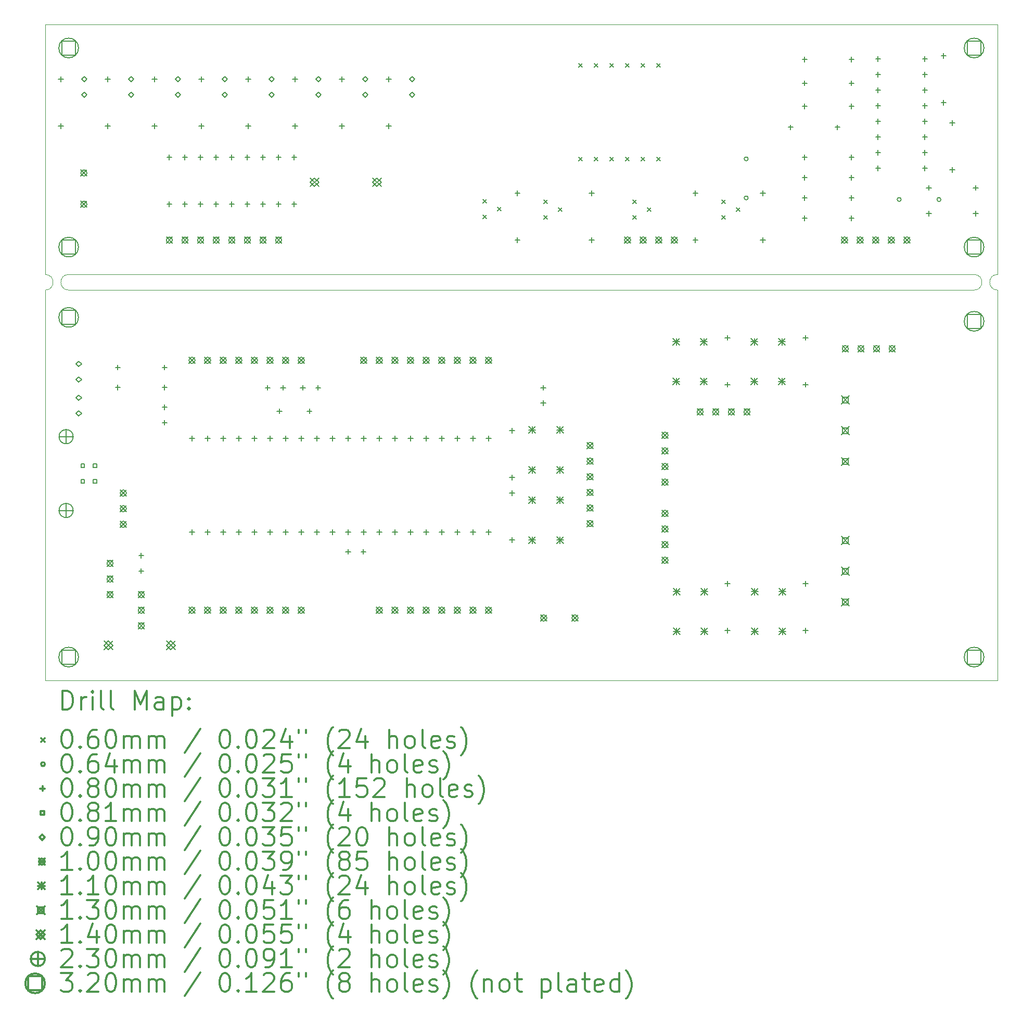
<source format=gbr>
%FSLAX45Y45*%
G04 Gerber Fmt 4.5, Leading zero omitted, Abs format (unit mm)*
G04 Created by KiCad (PCBNEW (5.1.5)-3) date 2020-02-09 12:12:59*
%MOMM*%
%LPD*%
G04 APERTURE LIST*
%TA.AperFunction,Profile*%
%ADD10C,0.100000*%
%TD*%
%ADD11C,0.200000*%
%ADD12C,0.300000*%
G04 APERTURE END LIST*
D10*
X-381000Y5969000D02*
G75*
G03X-381000Y6223000I0J127000D01*
G01*
X0Y6223000D02*
G75*
G03X0Y5969000I0J-127000D01*
G01*
X14732000Y5969000D02*
G75*
G03X14732000Y6223000I0J127000D01*
G01*
X15113000Y6223000D02*
G75*
G03X15113000Y5969000I0J-127000D01*
G01*
X14732000Y5969000D02*
X0Y5969000D01*
X0Y6223000D02*
X14732000Y6223000D01*
X-381000Y5969000D02*
X-381000Y5905500D01*
X-381000Y6223000D02*
X-381000Y6286500D01*
X15113000Y-381000D02*
X14859000Y-381000D01*
X15113000Y5969000D02*
X15113000Y-381000D01*
X15113000Y10287000D02*
X15113000Y6223000D01*
X14859000Y10287000D02*
X15113000Y10287000D01*
X-381000Y5905500D02*
X-381000Y5715000D01*
X-381000Y6286500D02*
X-381000Y6477000D01*
X-381000Y10287000D02*
X-381000Y6477000D01*
X-381000Y-381000D02*
X-381000Y5715000D01*
X14859000Y-381000D02*
X-381000Y-381000D01*
X-381000Y10287000D02*
X14859000Y10287000D01*
D11*
X6739100Y7446800D02*
X6799100Y7386800D01*
X6799100Y7446800D02*
X6739100Y7386800D01*
X6739100Y7192800D02*
X6799100Y7132800D01*
X6799100Y7192800D02*
X6739100Y7132800D01*
X6973100Y7319800D02*
X7033100Y7259800D01*
X7033100Y7319800D02*
X6973100Y7259800D01*
X7729700Y7434100D02*
X7789700Y7374100D01*
X7789700Y7434100D02*
X7729700Y7374100D01*
X7729700Y7180100D02*
X7789700Y7120100D01*
X7789700Y7180100D02*
X7729700Y7120100D01*
X7963700Y7307100D02*
X8023700Y7247100D01*
X8023700Y7307100D02*
X7963700Y7247100D01*
X8301200Y9656600D02*
X8361200Y9596600D01*
X8361200Y9656600D02*
X8301200Y9596600D01*
X8301200Y8132600D02*
X8361200Y8072600D01*
X8361200Y8132600D02*
X8301200Y8072600D01*
X8555200Y9656600D02*
X8615200Y9596600D01*
X8615200Y9656600D02*
X8555200Y9596600D01*
X8555200Y8132600D02*
X8615200Y8072600D01*
X8615200Y8132600D02*
X8555200Y8072600D01*
X8809200Y9656600D02*
X8869200Y9596600D01*
X8869200Y9656600D02*
X8809200Y9596600D01*
X8809200Y8132600D02*
X8869200Y8072600D01*
X8869200Y8132600D02*
X8809200Y8072600D01*
X9063200Y9656600D02*
X9123200Y9596600D01*
X9123200Y9656600D02*
X9063200Y9596600D01*
X9063200Y8132600D02*
X9123200Y8072600D01*
X9123200Y8132600D02*
X9063200Y8072600D01*
X9317200Y9656600D02*
X9377200Y9596600D01*
X9377200Y9656600D02*
X9317200Y9596600D01*
X9317200Y8132600D02*
X9377200Y8072600D01*
X9377200Y8132600D02*
X9317200Y8072600D01*
X9571200Y9656600D02*
X9631200Y9596600D01*
X9631200Y9656600D02*
X9571200Y9596600D01*
X9571200Y8132600D02*
X9631200Y8072600D01*
X9631200Y8132600D02*
X9571200Y8072600D01*
X9177500Y7434100D02*
X9237500Y7374100D01*
X9237500Y7434100D02*
X9177500Y7374100D01*
X9177500Y7180100D02*
X9237500Y7120100D01*
X9237500Y7180100D02*
X9177500Y7120100D01*
X9411500Y7307100D02*
X9471500Y7247100D01*
X9471500Y7307100D02*
X9411500Y7247100D01*
X10625300Y7434100D02*
X10685300Y7374100D01*
X10685300Y7434100D02*
X10625300Y7374100D01*
X10625300Y7180100D02*
X10685300Y7120100D01*
X10685300Y7180100D02*
X10625300Y7120100D01*
X10859300Y7307100D02*
X10919300Y7247100D01*
X10919300Y7307100D02*
X10859300Y7247100D01*
X11055350Y8102600D02*
G75*
G03X11055350Y8102600I-31750J0D01*
G01*
X11055350Y7467600D02*
G75*
G03X11055350Y7467600I-31750J0D01*
G01*
X13544550Y7442200D02*
G75*
G03X13544550Y7442200I-31750J0D01*
G01*
X14192250Y7442200D02*
G75*
G03X14192250Y7442200I-31750J0D01*
G01*
X800100Y4427850D02*
X800100Y4347850D01*
X760100Y4387850D02*
X840100Y4387850D01*
X1562100Y4427850D02*
X1562100Y4347850D01*
X1522100Y4387850D02*
X1602100Y4387850D01*
X4445000Y9438000D02*
X4445000Y9358000D01*
X4405000Y9398000D02*
X4485000Y9398000D01*
X4445000Y8676000D02*
X4445000Y8596000D01*
X4405000Y8636000D02*
X4485000Y8636000D01*
X10718800Y5234300D02*
X10718800Y5154300D01*
X10678800Y5194300D02*
X10758800Y5194300D01*
X10718800Y4472300D02*
X10718800Y4392300D01*
X10678800Y4432300D02*
X10758800Y4432300D01*
X1562100Y4104000D02*
X1562100Y4024000D01*
X1522100Y4064000D02*
X1602100Y4064000D01*
X1562100Y3854000D02*
X1562100Y3774000D01*
X1522100Y3814000D02*
X1602100Y3814000D01*
X7302500Y7583800D02*
X7302500Y7503800D01*
X7262500Y7543800D02*
X7342500Y7543800D01*
X7302500Y6821800D02*
X7302500Y6741800D01*
X7262500Y6781800D02*
X7342500Y6781800D01*
X2921000Y9438000D02*
X2921000Y9358000D01*
X2881000Y9398000D02*
X2961000Y9398000D01*
X2921000Y8676000D02*
X2921000Y8596000D01*
X2881000Y8636000D02*
X2961000Y8636000D01*
X1397000Y9438000D02*
X1397000Y9358000D01*
X1357000Y9398000D02*
X1437000Y9398000D01*
X1397000Y8676000D02*
X1397000Y8596000D01*
X1357000Y8636000D02*
X1437000Y8636000D01*
X11988800Y1233800D02*
X11988800Y1153800D01*
X11948800Y1193800D02*
X12028800Y1193800D01*
X11988800Y471800D02*
X11988800Y391800D01*
X11948800Y431800D02*
X12028800Y431800D01*
X11976100Y8168000D02*
X11976100Y8088000D01*
X11936100Y8128000D02*
X12016100Y8128000D01*
X12738100Y8168000D02*
X12738100Y8088000D01*
X12698100Y8128000D02*
X12778100Y8128000D01*
X11988800Y5234300D02*
X11988800Y5154300D01*
X11948800Y5194300D02*
X12028800Y5194300D01*
X11988800Y4472300D02*
X11988800Y4392300D01*
X11948800Y4432300D02*
X12028800Y4432300D01*
X3238500Y4421500D02*
X3238500Y4341500D01*
X3198500Y4381500D02*
X3278500Y4381500D01*
X3488500Y4421500D02*
X3488500Y4341500D01*
X3448500Y4381500D02*
X3528500Y4381500D01*
X3683000Y9438000D02*
X3683000Y9358000D01*
X3643000Y9398000D02*
X3723000Y9398000D01*
X3683000Y8676000D02*
X3683000Y8596000D01*
X3643000Y8636000D02*
X3723000Y8636000D01*
X13169900Y9768200D02*
X13169900Y9688200D01*
X13129900Y9728200D02*
X13209900Y9728200D01*
X13169900Y9514200D02*
X13169900Y9434200D01*
X13129900Y9474200D02*
X13209900Y9474200D01*
X13169900Y9260200D02*
X13169900Y9180200D01*
X13129900Y9220200D02*
X13209900Y9220200D01*
X13169900Y9006200D02*
X13169900Y8926200D01*
X13129900Y8966200D02*
X13209900Y8966200D01*
X13169900Y8752200D02*
X13169900Y8672200D01*
X13129900Y8712200D02*
X13209900Y8712200D01*
X13169900Y8498200D02*
X13169900Y8418200D01*
X13129900Y8458200D02*
X13209900Y8458200D01*
X13169900Y8244200D02*
X13169900Y8164200D01*
X13129900Y8204200D02*
X13209900Y8204200D01*
X13169900Y7990200D02*
X13169900Y7910200D01*
X13129900Y7950200D02*
X13209900Y7950200D01*
X13931900Y9768200D02*
X13931900Y9688200D01*
X13891900Y9728200D02*
X13971900Y9728200D01*
X13931900Y9514200D02*
X13931900Y9434200D01*
X13891900Y9474200D02*
X13971900Y9474200D01*
X13931900Y9260200D02*
X13931900Y9180200D01*
X13891900Y9220200D02*
X13971900Y9220200D01*
X13931900Y9006200D02*
X13931900Y8926200D01*
X13891900Y8966200D02*
X13971900Y8966200D01*
X13931900Y8752200D02*
X13931900Y8672200D01*
X13891900Y8712200D02*
X13971900Y8712200D01*
X13931900Y8498200D02*
X13931900Y8418200D01*
X13891900Y8458200D02*
X13971900Y8458200D01*
X13931900Y8244200D02*
X13931900Y8164200D01*
X13891900Y8204200D02*
X13971900Y8204200D01*
X13931900Y7990200D02*
X13931900Y7910200D01*
X13891900Y7950200D02*
X13971900Y7950200D01*
X-127000Y9438000D02*
X-127000Y9358000D01*
X-167000Y9398000D02*
X-87000Y9398000D01*
X-127000Y8676000D02*
X-127000Y8596000D01*
X-167000Y8636000D02*
X-87000Y8636000D01*
X7213600Y3723000D02*
X7213600Y3643000D01*
X7173600Y3683000D02*
X7253600Y3683000D01*
X7213600Y2961000D02*
X7213600Y2881000D01*
X7173600Y2921000D02*
X7253600Y2921000D01*
X11976100Y7177400D02*
X11976100Y7097400D01*
X11936100Y7137400D02*
X12016100Y7137400D01*
X12738100Y7177400D02*
X12738100Y7097400D01*
X12698100Y7137400D02*
X12778100Y7137400D01*
X1181100Y1691000D02*
X1181100Y1611000D01*
X1141100Y1651000D02*
X1221100Y1651000D01*
X1181100Y1441000D02*
X1181100Y1361000D01*
X1141100Y1401000D02*
X1221100Y1401000D01*
X5207000Y9438000D02*
X5207000Y9358000D01*
X5167000Y9398000D02*
X5247000Y9398000D01*
X5207000Y8676000D02*
X5207000Y8596000D01*
X5167000Y8636000D02*
X5247000Y8636000D01*
X11976100Y7507600D02*
X11976100Y7427600D01*
X11936100Y7467600D02*
X12016100Y7467600D01*
X12738100Y7507600D02*
X12738100Y7427600D01*
X12698100Y7467600D02*
X12778100Y7467600D01*
X3810000Y4421500D02*
X3810000Y4341500D01*
X3770000Y4381500D02*
X3850000Y4381500D01*
X4060000Y4421500D02*
X4060000Y4341500D01*
X4020000Y4381500D02*
X4100000Y4381500D01*
X11747500Y8656950D02*
X11747500Y8576950D01*
X11707500Y8616950D02*
X11787500Y8616950D01*
X12509500Y8656950D02*
X12509500Y8576950D01*
X12469500Y8616950D02*
X12549500Y8616950D01*
X2006600Y3596000D02*
X2006600Y3516000D01*
X1966600Y3556000D02*
X2046600Y3556000D01*
X2006600Y2072000D02*
X2006600Y1992000D01*
X1966600Y2032000D02*
X2046600Y2032000D01*
X2260600Y3596000D02*
X2260600Y3516000D01*
X2220600Y3556000D02*
X2300600Y3556000D01*
X2260600Y2072000D02*
X2260600Y1992000D01*
X2220600Y2032000D02*
X2300600Y2032000D01*
X2514600Y3596000D02*
X2514600Y3516000D01*
X2474600Y3556000D02*
X2554600Y3556000D01*
X2514600Y2072000D02*
X2514600Y1992000D01*
X2474600Y2032000D02*
X2554600Y2032000D01*
X2768600Y3596000D02*
X2768600Y3516000D01*
X2728600Y3556000D02*
X2808600Y3556000D01*
X2768600Y2072000D02*
X2768600Y1992000D01*
X2728600Y2032000D02*
X2808600Y2032000D01*
X3022600Y3596000D02*
X3022600Y3516000D01*
X2982600Y3556000D02*
X3062600Y3556000D01*
X3022600Y2072000D02*
X3022600Y1992000D01*
X2982600Y2032000D02*
X3062600Y2032000D01*
X3276600Y3596000D02*
X3276600Y3516000D01*
X3236600Y3556000D02*
X3316600Y3556000D01*
X3276600Y2072000D02*
X3276600Y1992000D01*
X3236600Y2032000D02*
X3316600Y2032000D01*
X3530600Y3596000D02*
X3530600Y3516000D01*
X3490600Y3556000D02*
X3570600Y3556000D01*
X3530600Y2072000D02*
X3530600Y1992000D01*
X3490600Y2032000D02*
X3570600Y2032000D01*
X3784600Y3596000D02*
X3784600Y3516000D01*
X3744600Y3556000D02*
X3824600Y3556000D01*
X3784600Y2072000D02*
X3784600Y1992000D01*
X3744600Y2032000D02*
X3824600Y2032000D01*
X4038600Y3596000D02*
X4038600Y3516000D01*
X3998600Y3556000D02*
X4078600Y3556000D01*
X4038600Y2072000D02*
X4038600Y1992000D01*
X3998600Y2032000D02*
X4078600Y2032000D01*
X4292600Y3596000D02*
X4292600Y3516000D01*
X4252600Y3556000D02*
X4332600Y3556000D01*
X4292600Y2072000D02*
X4292600Y1992000D01*
X4252600Y2032000D02*
X4332600Y2032000D01*
X4546600Y3596000D02*
X4546600Y3516000D01*
X4506600Y3556000D02*
X4586600Y3556000D01*
X4546600Y2072000D02*
X4546600Y1992000D01*
X4506600Y2032000D02*
X4586600Y2032000D01*
X4800600Y3596000D02*
X4800600Y3516000D01*
X4760600Y3556000D02*
X4840600Y3556000D01*
X4800600Y2072000D02*
X4800600Y1992000D01*
X4760600Y2032000D02*
X4840600Y2032000D01*
X5054600Y3596000D02*
X5054600Y3516000D01*
X5014600Y3556000D02*
X5094600Y3556000D01*
X5054600Y2072000D02*
X5054600Y1992000D01*
X5014600Y2032000D02*
X5094600Y2032000D01*
X5308600Y3596000D02*
X5308600Y3516000D01*
X5268600Y3556000D02*
X5348600Y3556000D01*
X5308600Y2072000D02*
X5308600Y1992000D01*
X5268600Y2032000D02*
X5348600Y2032000D01*
X5562600Y3596000D02*
X5562600Y3516000D01*
X5522600Y3556000D02*
X5602600Y3556000D01*
X5562600Y2072000D02*
X5562600Y1992000D01*
X5522600Y2032000D02*
X5602600Y2032000D01*
X5816600Y3596000D02*
X5816600Y3516000D01*
X5776600Y3556000D02*
X5856600Y3556000D01*
X5816600Y2072000D02*
X5816600Y1992000D01*
X5776600Y2032000D02*
X5856600Y2032000D01*
X6070600Y3596000D02*
X6070600Y3516000D01*
X6030600Y3556000D02*
X6110600Y3556000D01*
X6070600Y2072000D02*
X6070600Y1992000D01*
X6030600Y2032000D02*
X6110600Y2032000D01*
X6324600Y3596000D02*
X6324600Y3516000D01*
X6284600Y3556000D02*
X6364600Y3556000D01*
X6324600Y2072000D02*
X6324600Y1992000D01*
X6284600Y2032000D02*
X6364600Y2032000D01*
X6578600Y3596000D02*
X6578600Y3516000D01*
X6538600Y3556000D02*
X6618600Y3556000D01*
X6578600Y2072000D02*
X6578600Y1992000D01*
X6538600Y2032000D02*
X6618600Y2032000D01*
X6832600Y3596000D02*
X6832600Y3516000D01*
X6792600Y3556000D02*
X6872600Y3556000D01*
X6832600Y2072000D02*
X6832600Y1992000D01*
X6792600Y2032000D02*
X6872600Y2032000D01*
X3429000Y4040500D02*
X3429000Y3960500D01*
X3389000Y4000500D02*
X3469000Y4000500D01*
X3917000Y4040500D02*
X3917000Y3960500D01*
X3877000Y4000500D02*
X3957000Y4000500D01*
X7213600Y2707000D02*
X7213600Y2627000D01*
X7173600Y2667000D02*
X7253600Y2667000D01*
X7213600Y1945000D02*
X7213600Y1865000D01*
X7173600Y1905000D02*
X7253600Y1905000D01*
X11296650Y7583800D02*
X11296650Y7503800D01*
X11256650Y7543800D02*
X11336650Y7543800D01*
X11296650Y6821800D02*
X11296650Y6741800D01*
X11256650Y6781800D02*
X11336650Y6781800D01*
X13995400Y7672700D02*
X13995400Y7592700D01*
X13955400Y7632700D02*
X14035400Y7632700D01*
X14757400Y7672700D02*
X14757400Y7592700D01*
X14717400Y7632700D02*
X14797400Y7632700D01*
X11976100Y9374500D02*
X11976100Y9294500D01*
X11936100Y9334500D02*
X12016100Y9334500D01*
X12738100Y9374500D02*
X12738100Y9294500D01*
X12698100Y9334500D02*
X12778100Y9334500D01*
X635000Y9438000D02*
X635000Y9358000D01*
X595000Y9398000D02*
X675000Y9398000D01*
X635000Y8676000D02*
X635000Y8596000D01*
X595000Y8636000D02*
X675000Y8636000D01*
X800100Y4751700D02*
X800100Y4671700D01*
X760100Y4711700D02*
X840100Y4711700D01*
X1562100Y4751700D02*
X1562100Y4671700D01*
X1522100Y4711700D02*
X1602100Y4711700D01*
X8509000Y7583800D02*
X8509000Y7503800D01*
X8469000Y7543800D02*
X8549000Y7543800D01*
X8509000Y6821800D02*
X8509000Y6741800D01*
X8469000Y6781800D02*
X8549000Y6781800D01*
X13995400Y7253600D02*
X13995400Y7173600D01*
X13955400Y7213600D02*
X14035400Y7213600D01*
X14757400Y7253600D02*
X14757400Y7173600D01*
X14717400Y7213600D02*
X14797400Y7213600D01*
X11976100Y7837800D02*
X11976100Y7757800D01*
X11936100Y7797800D02*
X12016100Y7797800D01*
X12738100Y7837800D02*
X12738100Y7757800D01*
X12698100Y7797800D02*
X12778100Y7797800D01*
X14236700Y9819000D02*
X14236700Y9739000D01*
X14196700Y9779000D02*
X14276700Y9779000D01*
X14236700Y9057000D02*
X14236700Y8977000D01*
X14196700Y9017000D02*
X14276700Y9017000D01*
X2159000Y9438000D02*
X2159000Y9358000D01*
X2119000Y9398000D02*
X2199000Y9398000D01*
X2159000Y8676000D02*
X2159000Y8596000D01*
X2119000Y8636000D02*
X2199000Y8636000D01*
X4546600Y1754500D02*
X4546600Y1674500D01*
X4506600Y1714500D02*
X4586600Y1714500D01*
X4796600Y1754500D02*
X4796600Y1674500D01*
X4756600Y1714500D02*
X4836600Y1714500D01*
X11976100Y8999850D02*
X11976100Y8919850D01*
X11936100Y8959850D02*
X12016100Y8959850D01*
X12738100Y8999850D02*
X12738100Y8919850D01*
X12698100Y8959850D02*
X12778100Y8959850D01*
X11976100Y9761850D02*
X11976100Y9681850D01*
X11936100Y9721850D02*
X12016100Y9721850D01*
X12738100Y9761850D02*
X12738100Y9681850D01*
X12698100Y9721850D02*
X12778100Y9721850D01*
X14376400Y8726800D02*
X14376400Y8646800D01*
X14336400Y8686800D02*
X14416400Y8686800D01*
X14376400Y7964800D02*
X14376400Y7884800D01*
X14336400Y7924800D02*
X14416400Y7924800D01*
X7721600Y4421500D02*
X7721600Y4341500D01*
X7681600Y4381500D02*
X7761600Y4381500D01*
X7721600Y4171500D02*
X7721600Y4091500D01*
X7681600Y4131500D02*
X7761600Y4131500D01*
X10198100Y7583800D02*
X10198100Y7503800D01*
X10158100Y7543800D02*
X10238100Y7543800D01*
X10198100Y6821800D02*
X10198100Y6741800D01*
X10158100Y6781800D02*
X10238100Y6781800D01*
X10718800Y1233800D02*
X10718800Y1153800D01*
X10678800Y1193800D02*
X10758800Y1193800D01*
X10718800Y471800D02*
X10718800Y391800D01*
X10678800Y431800D02*
X10758800Y431800D01*
X1638300Y8168000D02*
X1638300Y8088000D01*
X1598300Y8128000D02*
X1678300Y8128000D01*
X1638300Y7406000D02*
X1638300Y7326000D01*
X1598300Y7366000D02*
X1678300Y7366000D01*
X1892300Y8168000D02*
X1892300Y8088000D01*
X1852300Y8128000D02*
X1932300Y8128000D01*
X1892300Y7406000D02*
X1892300Y7326000D01*
X1852300Y7366000D02*
X1932300Y7366000D01*
X2146300Y8168000D02*
X2146300Y8088000D01*
X2106300Y8128000D02*
X2186300Y8128000D01*
X2146300Y7406000D02*
X2146300Y7326000D01*
X2106300Y7366000D02*
X2186300Y7366000D01*
X2400300Y8168000D02*
X2400300Y8088000D01*
X2360300Y8128000D02*
X2440300Y8128000D01*
X2400300Y7406000D02*
X2400300Y7326000D01*
X2360300Y7366000D02*
X2440300Y7366000D01*
X2654300Y8168000D02*
X2654300Y8088000D01*
X2614300Y8128000D02*
X2694300Y8128000D01*
X2654300Y7406000D02*
X2654300Y7326000D01*
X2614300Y7366000D02*
X2694300Y7366000D01*
X2908300Y8168000D02*
X2908300Y8088000D01*
X2868300Y8128000D02*
X2948300Y8128000D01*
X2908300Y7406000D02*
X2908300Y7326000D01*
X2868300Y7366000D02*
X2948300Y7366000D01*
X3162300Y8168000D02*
X3162300Y8088000D01*
X3122300Y8128000D02*
X3202300Y8128000D01*
X3162300Y7406000D02*
X3162300Y7326000D01*
X3122300Y7366000D02*
X3202300Y7366000D01*
X3416300Y8168000D02*
X3416300Y8088000D01*
X3376300Y8128000D02*
X3456300Y8128000D01*
X3416300Y7406000D02*
X3416300Y7326000D01*
X3376300Y7366000D02*
X3456300Y7366000D01*
X3670300Y8168000D02*
X3670300Y8088000D01*
X3630300Y8128000D02*
X3710300Y8128000D01*
X3670300Y7406000D02*
X3670300Y7326000D01*
X3630300Y7366000D02*
X3710300Y7366000D01*
X257238Y3082862D02*
X257238Y3140138D01*
X199962Y3140138D01*
X199962Y3082862D01*
X257238Y3082862D01*
X257238Y2828862D02*
X257238Y2886138D01*
X199962Y2886138D01*
X199962Y2828862D01*
X257238Y2828862D01*
X457238Y3082862D02*
X457238Y3140138D01*
X399962Y3140138D01*
X399962Y3082862D01*
X457238Y3082862D01*
X457238Y2828862D02*
X457238Y2886138D01*
X399962Y2886138D01*
X399962Y2828862D01*
X457238Y2828862D01*
X2540000Y9353000D02*
X2585000Y9398000D01*
X2540000Y9443000D01*
X2495000Y9398000D01*
X2540000Y9353000D01*
X2540000Y9099000D02*
X2585000Y9144000D01*
X2540000Y9189000D01*
X2495000Y9144000D01*
X2540000Y9099000D01*
X4826000Y9353000D02*
X4871000Y9398000D01*
X4826000Y9443000D01*
X4781000Y9398000D01*
X4826000Y9353000D01*
X4826000Y9099000D02*
X4871000Y9144000D01*
X4826000Y9189000D01*
X4781000Y9144000D01*
X4826000Y9099000D01*
X1016000Y9353000D02*
X1061000Y9398000D01*
X1016000Y9443000D01*
X971000Y9398000D01*
X1016000Y9353000D01*
X1016000Y9099000D02*
X1061000Y9144000D01*
X1016000Y9189000D01*
X971000Y9144000D01*
X1016000Y9099000D01*
X3302000Y9353000D02*
X3347000Y9398000D01*
X3302000Y9443000D01*
X3257000Y9398000D01*
X3302000Y9353000D01*
X3302000Y9099000D02*
X3347000Y9144000D01*
X3302000Y9189000D01*
X3257000Y9144000D01*
X3302000Y9099000D01*
X5588000Y9353000D02*
X5633000Y9398000D01*
X5588000Y9443000D01*
X5543000Y9398000D01*
X5588000Y9353000D01*
X5588000Y9099000D02*
X5633000Y9144000D01*
X5588000Y9189000D01*
X5543000Y9144000D01*
X5588000Y9099000D01*
X165100Y4171400D02*
X210100Y4216400D01*
X165100Y4261400D01*
X120100Y4216400D01*
X165100Y4171400D01*
X165100Y3917400D02*
X210100Y3962400D01*
X165100Y4007400D01*
X120100Y3962400D01*
X165100Y3917400D01*
X1778000Y9353000D02*
X1823000Y9398000D01*
X1778000Y9443000D01*
X1733000Y9398000D01*
X1778000Y9353000D01*
X1778000Y9099000D02*
X1823000Y9144000D01*
X1778000Y9189000D01*
X1733000Y9144000D01*
X1778000Y9099000D01*
X254000Y9353000D02*
X299000Y9398000D01*
X254000Y9443000D01*
X209000Y9398000D01*
X254000Y9353000D01*
X254000Y9099000D02*
X299000Y9144000D01*
X254000Y9189000D01*
X209000Y9144000D01*
X254000Y9099000D01*
X4064000Y9353000D02*
X4109000Y9398000D01*
X4064000Y9443000D01*
X4019000Y9398000D01*
X4064000Y9353000D01*
X4064000Y9099000D02*
X4109000Y9144000D01*
X4064000Y9189000D01*
X4019000Y9144000D01*
X4064000Y9099000D01*
X165100Y4723850D02*
X210100Y4768850D01*
X165100Y4813850D01*
X120100Y4768850D01*
X165100Y4723850D01*
X165100Y4469850D02*
X210100Y4514850D01*
X165100Y4559850D01*
X120100Y4514850D01*
X165100Y4469850D01*
X8433600Y3491700D02*
X8533600Y3391700D01*
X8533600Y3491700D02*
X8433600Y3391700D01*
X8533600Y3441700D02*
G75*
G03X8533600Y3441700I-50000J0D01*
G01*
X8433600Y3237700D02*
X8533600Y3137700D01*
X8533600Y3237700D02*
X8433600Y3137700D01*
X8533600Y3187700D02*
G75*
G03X8533600Y3187700I-50000J0D01*
G01*
X8433600Y2983700D02*
X8533600Y2883700D01*
X8533600Y2983700D02*
X8433600Y2883700D01*
X8533600Y2933700D02*
G75*
G03X8533600Y2933700I-50000J0D01*
G01*
X8433600Y2729700D02*
X8533600Y2629700D01*
X8533600Y2729700D02*
X8433600Y2629700D01*
X8533600Y2679700D02*
G75*
G03X8533600Y2679700I-50000J0D01*
G01*
X8433600Y2475700D02*
X8533600Y2375700D01*
X8533600Y2475700D02*
X8433600Y2375700D01*
X8533600Y2425700D02*
G75*
G03X8533600Y2425700I-50000J0D01*
G01*
X8433600Y2221700D02*
X8533600Y2121700D01*
X8533600Y2221700D02*
X8433600Y2121700D01*
X8533600Y2171700D02*
G75*
G03X8533600Y2171700I-50000J0D01*
G01*
X7679600Y685000D02*
X7779600Y585000D01*
X7779600Y685000D02*
X7679600Y585000D01*
X7779600Y635000D02*
G75*
G03X7779600Y635000I-50000J0D01*
G01*
X8187600Y685000D02*
X8287600Y585000D01*
X8287600Y685000D02*
X8187600Y585000D01*
X8287600Y635000D02*
G75*
G03X8287600Y635000I-50000J0D01*
G01*
X839000Y2717000D02*
X939000Y2617000D01*
X939000Y2717000D02*
X839000Y2617000D01*
X939000Y2667000D02*
G75*
G03X939000Y2667000I-50000J0D01*
G01*
X839000Y2463000D02*
X939000Y2363000D01*
X939000Y2463000D02*
X839000Y2363000D01*
X939000Y2413000D02*
G75*
G03X939000Y2413000I-50000J0D01*
G01*
X839000Y2209000D02*
X939000Y2109000D01*
X939000Y2209000D02*
X839000Y2109000D01*
X939000Y2159000D02*
G75*
G03X939000Y2159000I-50000J0D01*
G01*
X12586500Y5066500D02*
X12686500Y4966500D01*
X12686500Y5066500D02*
X12586500Y4966500D01*
X12686500Y5016500D02*
G75*
G03X12686500Y5016500I-50000J0D01*
G01*
X12840500Y5066500D02*
X12940500Y4966500D01*
X12940500Y5066500D02*
X12840500Y4966500D01*
X12940500Y5016500D02*
G75*
G03X12940500Y5016500I-50000J0D01*
G01*
X13094500Y5066500D02*
X13194500Y4966500D01*
X13194500Y5066500D02*
X13094500Y4966500D01*
X13194500Y5016500D02*
G75*
G03X13194500Y5016500I-50000J0D01*
G01*
X13348500Y5066500D02*
X13448500Y4966500D01*
X13448500Y5066500D02*
X13348500Y4966500D01*
X13448500Y5016500D02*
G75*
G03X13448500Y5016500I-50000J0D01*
G01*
X12573800Y6831800D02*
X12673800Y6731800D01*
X12673800Y6831800D02*
X12573800Y6731800D01*
X12673800Y6781800D02*
G75*
G03X12673800Y6781800I-50000J0D01*
G01*
X12827800Y6831800D02*
X12927800Y6731800D01*
X12927800Y6831800D02*
X12827800Y6731800D01*
X12927800Y6781800D02*
G75*
G03X12927800Y6781800I-50000J0D01*
G01*
X13081800Y6831800D02*
X13181800Y6731800D01*
X13181800Y6831800D02*
X13081800Y6731800D01*
X13181800Y6781800D02*
G75*
G03X13181800Y6781800I-50000J0D01*
G01*
X13335800Y6831800D02*
X13435800Y6731800D01*
X13435800Y6831800D02*
X13335800Y6731800D01*
X13435800Y6781800D02*
G75*
G03X13435800Y6781800I-50000J0D01*
G01*
X13589800Y6831800D02*
X13689800Y6731800D01*
X13689800Y6831800D02*
X13589800Y6731800D01*
X13689800Y6781800D02*
G75*
G03X13689800Y6781800I-50000J0D01*
G01*
X10224300Y4037800D02*
X10324300Y3937800D01*
X10324300Y4037800D02*
X10224300Y3937800D01*
X10324300Y3987800D02*
G75*
G03X10324300Y3987800I-50000J0D01*
G01*
X10478300Y4037800D02*
X10578300Y3937800D01*
X10578300Y4037800D02*
X10478300Y3937800D01*
X10578300Y3987800D02*
G75*
G03X10578300Y3987800I-50000J0D01*
G01*
X10732300Y4037800D02*
X10832300Y3937800D01*
X10832300Y4037800D02*
X10732300Y3937800D01*
X10832300Y3987800D02*
G75*
G03X10832300Y3987800I-50000J0D01*
G01*
X10986300Y4037800D02*
X11086300Y3937800D01*
X11086300Y4037800D02*
X10986300Y3937800D01*
X11086300Y3987800D02*
G75*
G03X11086300Y3987800I-50000J0D01*
G01*
X1588300Y6831800D02*
X1688300Y6731800D01*
X1688300Y6831800D02*
X1588300Y6731800D01*
X1688300Y6781800D02*
G75*
G03X1688300Y6781800I-50000J0D01*
G01*
X1842300Y6831800D02*
X1942300Y6731800D01*
X1942300Y6831800D02*
X1842300Y6731800D01*
X1942300Y6781800D02*
G75*
G03X1942300Y6781800I-50000J0D01*
G01*
X2096300Y6831800D02*
X2196300Y6731800D01*
X2196300Y6831800D02*
X2096300Y6731800D01*
X2196300Y6781800D02*
G75*
G03X2196300Y6781800I-50000J0D01*
G01*
X2350300Y6831800D02*
X2450300Y6731800D01*
X2450300Y6831800D02*
X2350300Y6731800D01*
X2450300Y6781800D02*
G75*
G03X2450300Y6781800I-50000J0D01*
G01*
X2604300Y6831800D02*
X2704300Y6731800D01*
X2704300Y6831800D02*
X2604300Y6731800D01*
X2704300Y6781800D02*
G75*
G03X2704300Y6781800I-50000J0D01*
G01*
X2858300Y6831800D02*
X2958300Y6731800D01*
X2958300Y6831800D02*
X2858300Y6731800D01*
X2958300Y6781800D02*
G75*
G03X2958300Y6781800I-50000J0D01*
G01*
X3112300Y6831800D02*
X3212300Y6731800D01*
X3212300Y6831800D02*
X3112300Y6731800D01*
X3212300Y6781800D02*
G75*
G03X3212300Y6781800I-50000J0D01*
G01*
X3366300Y6831800D02*
X3466300Y6731800D01*
X3466300Y6831800D02*
X3366300Y6731800D01*
X3466300Y6781800D02*
G75*
G03X3466300Y6781800I-50000J0D01*
G01*
X9652800Y2386800D02*
X9752800Y2286800D01*
X9752800Y2386800D02*
X9652800Y2286800D01*
X9752800Y2336800D02*
G75*
G03X9752800Y2336800I-50000J0D01*
G01*
X9652800Y2132800D02*
X9752800Y2032800D01*
X9752800Y2132800D02*
X9652800Y2032800D01*
X9752800Y2082800D02*
G75*
G03X9752800Y2082800I-50000J0D01*
G01*
X9652800Y1878800D02*
X9752800Y1778800D01*
X9752800Y1878800D02*
X9652800Y1778800D01*
X9752800Y1828800D02*
G75*
G03X9752800Y1828800I-50000J0D01*
G01*
X9652800Y1624800D02*
X9752800Y1524800D01*
X9752800Y1624800D02*
X9652800Y1524800D01*
X9752800Y1574800D02*
G75*
G03X9752800Y1574800I-50000J0D01*
G01*
X623100Y1574000D02*
X723100Y1474000D01*
X723100Y1574000D02*
X623100Y1474000D01*
X723100Y1524000D02*
G75*
G03X723100Y1524000I-50000J0D01*
G01*
X623100Y1320000D02*
X723100Y1220000D01*
X723100Y1320000D02*
X623100Y1220000D01*
X723100Y1270000D02*
G75*
G03X723100Y1270000I-50000J0D01*
G01*
X623100Y1066000D02*
X723100Y966000D01*
X723100Y1066000D02*
X623100Y966000D01*
X723100Y1016000D02*
G75*
G03X723100Y1016000I-50000J0D01*
G01*
X5004600Y812000D02*
X5104600Y712000D01*
X5104600Y812000D02*
X5004600Y712000D01*
X5104600Y762000D02*
G75*
G03X5104600Y762000I-50000J0D01*
G01*
X5258600Y812000D02*
X5358600Y712000D01*
X5358600Y812000D02*
X5258600Y712000D01*
X5358600Y762000D02*
G75*
G03X5358600Y762000I-50000J0D01*
G01*
X5512600Y812000D02*
X5612600Y712000D01*
X5612600Y812000D02*
X5512600Y712000D01*
X5612600Y762000D02*
G75*
G03X5612600Y762000I-50000J0D01*
G01*
X5766600Y812000D02*
X5866600Y712000D01*
X5866600Y812000D02*
X5766600Y712000D01*
X5866600Y762000D02*
G75*
G03X5866600Y762000I-50000J0D01*
G01*
X6020600Y812000D02*
X6120600Y712000D01*
X6120600Y812000D02*
X6020600Y712000D01*
X6120600Y762000D02*
G75*
G03X6120600Y762000I-50000J0D01*
G01*
X6274600Y812000D02*
X6374600Y712000D01*
X6374600Y812000D02*
X6274600Y712000D01*
X6374600Y762000D02*
G75*
G03X6374600Y762000I-50000J0D01*
G01*
X6528600Y812000D02*
X6628600Y712000D01*
X6628600Y812000D02*
X6528600Y712000D01*
X6628600Y762000D02*
G75*
G03X6628600Y762000I-50000J0D01*
G01*
X6782600Y812000D02*
X6882600Y712000D01*
X6882600Y812000D02*
X6782600Y712000D01*
X6882600Y762000D02*
G75*
G03X6882600Y762000I-50000J0D01*
G01*
X9043200Y6831800D02*
X9143200Y6731800D01*
X9143200Y6831800D02*
X9043200Y6731800D01*
X9143200Y6781800D02*
G75*
G03X9143200Y6781800I-50000J0D01*
G01*
X9297200Y6831800D02*
X9397200Y6731800D01*
X9397200Y6831800D02*
X9297200Y6731800D01*
X9397200Y6781800D02*
G75*
G03X9397200Y6781800I-50000J0D01*
G01*
X9551200Y6831800D02*
X9651200Y6731800D01*
X9651200Y6831800D02*
X9551200Y6731800D01*
X9651200Y6781800D02*
G75*
G03X9651200Y6781800I-50000J0D01*
G01*
X9805200Y6831800D02*
X9905200Y6731800D01*
X9905200Y6831800D02*
X9805200Y6731800D01*
X9905200Y6781800D02*
G75*
G03X9905200Y6781800I-50000J0D01*
G01*
X1956600Y4876000D02*
X2056600Y4776000D01*
X2056600Y4876000D02*
X1956600Y4776000D01*
X2056600Y4826000D02*
G75*
G03X2056600Y4826000I-50000J0D01*
G01*
X2210600Y4876000D02*
X2310600Y4776000D01*
X2310600Y4876000D02*
X2210600Y4776000D01*
X2310600Y4826000D02*
G75*
G03X2310600Y4826000I-50000J0D01*
G01*
X2464600Y4876000D02*
X2564600Y4776000D01*
X2564600Y4876000D02*
X2464600Y4776000D01*
X2564600Y4826000D02*
G75*
G03X2564600Y4826000I-50000J0D01*
G01*
X2718600Y4876000D02*
X2818600Y4776000D01*
X2818600Y4876000D02*
X2718600Y4776000D01*
X2818600Y4826000D02*
G75*
G03X2818600Y4826000I-50000J0D01*
G01*
X2972600Y4876000D02*
X3072600Y4776000D01*
X3072600Y4876000D02*
X2972600Y4776000D01*
X3072600Y4826000D02*
G75*
G03X3072600Y4826000I-50000J0D01*
G01*
X3226600Y4876000D02*
X3326600Y4776000D01*
X3326600Y4876000D02*
X3226600Y4776000D01*
X3326600Y4826000D02*
G75*
G03X3326600Y4826000I-50000J0D01*
G01*
X3480600Y4876000D02*
X3580600Y4776000D01*
X3580600Y4876000D02*
X3480600Y4776000D01*
X3580600Y4826000D02*
G75*
G03X3580600Y4826000I-50000J0D01*
G01*
X3734600Y4876000D02*
X3834600Y4776000D01*
X3834600Y4876000D02*
X3734600Y4776000D01*
X3834600Y4826000D02*
G75*
G03X3834600Y4826000I-50000J0D01*
G01*
X1131100Y1066000D02*
X1231100Y966000D01*
X1231100Y1066000D02*
X1131100Y966000D01*
X1231100Y1016000D02*
G75*
G03X1231100Y1016000I-50000J0D01*
G01*
X1131100Y812000D02*
X1231100Y712000D01*
X1231100Y812000D02*
X1131100Y712000D01*
X1231100Y762000D02*
G75*
G03X1231100Y762000I-50000J0D01*
G01*
X1131100Y558000D02*
X1231100Y458000D01*
X1231100Y558000D02*
X1131100Y458000D01*
X1231100Y508000D02*
G75*
G03X1231100Y508000I-50000J0D01*
G01*
X9652800Y3656800D02*
X9752800Y3556800D01*
X9752800Y3656800D02*
X9652800Y3556800D01*
X9752800Y3606800D02*
G75*
G03X9752800Y3606800I-50000J0D01*
G01*
X9652800Y3402800D02*
X9752800Y3302800D01*
X9752800Y3402800D02*
X9652800Y3302800D01*
X9752800Y3352800D02*
G75*
G03X9752800Y3352800I-50000J0D01*
G01*
X9652800Y3148800D02*
X9752800Y3048800D01*
X9752800Y3148800D02*
X9652800Y3048800D01*
X9752800Y3098800D02*
G75*
G03X9752800Y3098800I-50000J0D01*
G01*
X9652800Y2894800D02*
X9752800Y2794800D01*
X9752800Y2894800D02*
X9652800Y2794800D01*
X9752800Y2844800D02*
G75*
G03X9752800Y2844800I-50000J0D01*
G01*
X1956600Y812000D02*
X2056600Y712000D01*
X2056600Y812000D02*
X1956600Y712000D01*
X2056600Y762000D02*
G75*
G03X2056600Y762000I-50000J0D01*
G01*
X2210600Y812000D02*
X2310600Y712000D01*
X2310600Y812000D02*
X2210600Y712000D01*
X2310600Y762000D02*
G75*
G03X2310600Y762000I-50000J0D01*
G01*
X2464600Y812000D02*
X2564600Y712000D01*
X2564600Y812000D02*
X2464600Y712000D01*
X2564600Y762000D02*
G75*
G03X2564600Y762000I-50000J0D01*
G01*
X2718600Y812000D02*
X2818600Y712000D01*
X2818600Y812000D02*
X2718600Y712000D01*
X2818600Y762000D02*
G75*
G03X2818600Y762000I-50000J0D01*
G01*
X2972600Y812000D02*
X3072600Y712000D01*
X3072600Y812000D02*
X2972600Y712000D01*
X3072600Y762000D02*
G75*
G03X3072600Y762000I-50000J0D01*
G01*
X3226600Y812000D02*
X3326600Y712000D01*
X3326600Y812000D02*
X3226600Y712000D01*
X3326600Y762000D02*
G75*
G03X3326600Y762000I-50000J0D01*
G01*
X3480600Y812000D02*
X3580600Y712000D01*
X3580600Y812000D02*
X3480600Y712000D01*
X3580600Y762000D02*
G75*
G03X3580600Y762000I-50000J0D01*
G01*
X3734600Y812000D02*
X3834600Y712000D01*
X3834600Y812000D02*
X3734600Y712000D01*
X3834600Y762000D02*
G75*
G03X3834600Y762000I-50000J0D01*
G01*
X197650Y7924000D02*
X297650Y7824000D01*
X297650Y7924000D02*
X197650Y7824000D01*
X297650Y7874000D02*
G75*
G03X297650Y7874000I-50000J0D01*
G01*
X197650Y7416000D02*
X297650Y7316000D01*
X297650Y7416000D02*
X197650Y7316000D01*
X297650Y7366000D02*
G75*
G03X297650Y7366000I-50000J0D01*
G01*
X4750600Y4876000D02*
X4850600Y4776000D01*
X4850600Y4876000D02*
X4750600Y4776000D01*
X4850600Y4826000D02*
G75*
G03X4850600Y4826000I-50000J0D01*
G01*
X5004600Y4876000D02*
X5104600Y4776000D01*
X5104600Y4876000D02*
X5004600Y4776000D01*
X5104600Y4826000D02*
G75*
G03X5104600Y4826000I-50000J0D01*
G01*
X5258600Y4876000D02*
X5358600Y4776000D01*
X5358600Y4876000D02*
X5258600Y4776000D01*
X5358600Y4826000D02*
G75*
G03X5358600Y4826000I-50000J0D01*
G01*
X5512600Y4876000D02*
X5612600Y4776000D01*
X5612600Y4876000D02*
X5512600Y4776000D01*
X5612600Y4826000D02*
G75*
G03X5612600Y4826000I-50000J0D01*
G01*
X5766600Y4876000D02*
X5866600Y4776000D01*
X5866600Y4876000D02*
X5766600Y4776000D01*
X5866600Y4826000D02*
G75*
G03X5866600Y4826000I-50000J0D01*
G01*
X6020600Y4876000D02*
X6120600Y4776000D01*
X6120600Y4876000D02*
X6020600Y4776000D01*
X6120600Y4826000D02*
G75*
G03X6120600Y4826000I-50000J0D01*
G01*
X6274600Y4876000D02*
X6374600Y4776000D01*
X6374600Y4876000D02*
X6274600Y4776000D01*
X6374600Y4826000D02*
G75*
G03X6374600Y4826000I-50000J0D01*
G01*
X6528600Y4876000D02*
X6628600Y4776000D01*
X6628600Y4876000D02*
X6528600Y4776000D01*
X6628600Y4826000D02*
G75*
G03X6628600Y4826000I-50000J0D01*
G01*
X6782600Y4876000D02*
X6882600Y4776000D01*
X6882600Y4876000D02*
X6782600Y4776000D01*
X6882600Y4826000D02*
G75*
G03X6882600Y4826000I-50000J0D01*
G01*
X11102800Y5185800D02*
X11212800Y5075800D01*
X11212800Y5185800D02*
X11102800Y5075800D01*
X11157800Y5185800D02*
X11157800Y5075800D01*
X11102800Y5130800D02*
X11212800Y5130800D01*
X11102800Y4535800D02*
X11212800Y4425800D01*
X11212800Y4535800D02*
X11102800Y4425800D01*
X11157800Y4535800D02*
X11157800Y4425800D01*
X11102800Y4480800D02*
X11212800Y4480800D01*
X11552800Y5185800D02*
X11662800Y5075800D01*
X11662800Y5185800D02*
X11552800Y5075800D01*
X11607800Y5185800D02*
X11607800Y5075800D01*
X11552800Y5130800D02*
X11662800Y5130800D01*
X11552800Y4535800D02*
X11662800Y4425800D01*
X11662800Y4535800D02*
X11552800Y4425800D01*
X11607800Y4535800D02*
X11607800Y4425800D01*
X11552800Y4480800D02*
X11662800Y4480800D01*
X7488800Y3750700D02*
X7598800Y3640700D01*
X7598800Y3750700D02*
X7488800Y3640700D01*
X7543800Y3750700D02*
X7543800Y3640700D01*
X7488800Y3695700D02*
X7598800Y3695700D01*
X7488800Y3100700D02*
X7598800Y2990700D01*
X7598800Y3100700D02*
X7488800Y2990700D01*
X7543800Y3100700D02*
X7543800Y2990700D01*
X7488800Y3045700D02*
X7598800Y3045700D01*
X7938800Y3750700D02*
X8048800Y3640700D01*
X8048800Y3750700D02*
X7938800Y3640700D01*
X7993800Y3750700D02*
X7993800Y3640700D01*
X7938800Y3695700D02*
X8048800Y3695700D01*
X7938800Y3100700D02*
X8048800Y2990700D01*
X8048800Y3100700D02*
X7938800Y2990700D01*
X7993800Y3100700D02*
X7993800Y2990700D01*
X7938800Y3045700D02*
X8048800Y3045700D01*
X11108300Y1121800D02*
X11218300Y1011800D01*
X11218300Y1121800D02*
X11108300Y1011800D01*
X11163300Y1121800D02*
X11163300Y1011800D01*
X11108300Y1066800D02*
X11218300Y1066800D01*
X11108300Y471800D02*
X11218300Y361800D01*
X11218300Y471800D02*
X11108300Y361800D01*
X11163300Y471800D02*
X11163300Y361800D01*
X11108300Y416800D02*
X11218300Y416800D01*
X11558300Y1121800D02*
X11668300Y1011800D01*
X11668300Y1121800D02*
X11558300Y1011800D01*
X11613300Y1121800D02*
X11613300Y1011800D01*
X11558300Y1066800D02*
X11668300Y1066800D01*
X11558300Y471800D02*
X11668300Y361800D01*
X11668300Y471800D02*
X11558300Y361800D01*
X11613300Y471800D02*
X11613300Y361800D01*
X11558300Y416800D02*
X11668300Y416800D01*
X9838300Y1121800D02*
X9948300Y1011800D01*
X9948300Y1121800D02*
X9838300Y1011800D01*
X9893300Y1121800D02*
X9893300Y1011800D01*
X9838300Y1066800D02*
X9948300Y1066800D01*
X9838300Y471800D02*
X9948300Y361800D01*
X9948300Y471800D02*
X9838300Y361800D01*
X9893300Y471800D02*
X9893300Y361800D01*
X9838300Y416800D02*
X9948300Y416800D01*
X10288300Y1121800D02*
X10398300Y1011800D01*
X10398300Y1121800D02*
X10288300Y1011800D01*
X10343300Y1121800D02*
X10343300Y1011800D01*
X10288300Y1066800D02*
X10398300Y1066800D01*
X10288300Y471800D02*
X10398300Y361800D01*
X10398300Y471800D02*
X10288300Y361800D01*
X10343300Y471800D02*
X10343300Y361800D01*
X10288300Y416800D02*
X10398300Y416800D01*
X7488800Y2610000D02*
X7598800Y2500000D01*
X7598800Y2610000D02*
X7488800Y2500000D01*
X7543800Y2610000D02*
X7543800Y2500000D01*
X7488800Y2555000D02*
X7598800Y2555000D01*
X7488800Y1960000D02*
X7598800Y1850000D01*
X7598800Y1960000D02*
X7488800Y1850000D01*
X7543800Y1960000D02*
X7543800Y1850000D01*
X7488800Y1905000D02*
X7598800Y1905000D01*
X7938800Y2610000D02*
X8048800Y2500000D01*
X8048800Y2610000D02*
X7938800Y2500000D01*
X7993800Y2610000D02*
X7993800Y2500000D01*
X7938800Y2555000D02*
X8048800Y2555000D01*
X7938800Y1960000D02*
X8048800Y1850000D01*
X8048800Y1960000D02*
X7938800Y1850000D01*
X7993800Y1960000D02*
X7993800Y1850000D01*
X7938800Y1905000D02*
X8048800Y1905000D01*
X9832800Y5185800D02*
X9942800Y5075800D01*
X9942800Y5185800D02*
X9832800Y5075800D01*
X9887800Y5185800D02*
X9887800Y5075800D01*
X9832800Y5130800D02*
X9942800Y5130800D01*
X9832800Y4535800D02*
X9942800Y4425800D01*
X9942800Y4535800D02*
X9832800Y4425800D01*
X9887800Y4535800D02*
X9887800Y4425800D01*
X9832800Y4480800D02*
X9942800Y4480800D01*
X10282800Y5185800D02*
X10392800Y5075800D01*
X10392800Y5185800D02*
X10282800Y5075800D01*
X10337800Y5185800D02*
X10337800Y5075800D01*
X10282800Y5130800D02*
X10392800Y5130800D01*
X10282800Y4535800D02*
X10392800Y4425800D01*
X10392800Y4535800D02*
X10282800Y4425800D01*
X10337800Y4535800D02*
X10337800Y4425800D01*
X10282800Y4480800D02*
X10392800Y4480800D01*
X12571500Y1962000D02*
X12701500Y1832000D01*
X12701500Y1962000D02*
X12571500Y1832000D01*
X12682462Y1851038D02*
X12682462Y1942962D01*
X12590538Y1942962D01*
X12590538Y1851038D01*
X12682462Y1851038D01*
X12571500Y1462000D02*
X12701500Y1332000D01*
X12701500Y1462000D02*
X12571500Y1332000D01*
X12682462Y1351038D02*
X12682462Y1442962D01*
X12590538Y1442962D01*
X12590538Y1351038D01*
X12682462Y1351038D01*
X12571500Y962000D02*
X12701500Y832000D01*
X12701500Y962000D02*
X12571500Y832000D01*
X12682462Y851038D02*
X12682462Y942962D01*
X12590538Y942962D01*
X12590538Y851038D01*
X12682462Y851038D01*
X12571500Y4248000D02*
X12701500Y4118000D01*
X12701500Y4248000D02*
X12571500Y4118000D01*
X12682462Y4137038D02*
X12682462Y4228962D01*
X12590538Y4228962D01*
X12590538Y4137038D01*
X12682462Y4137038D01*
X12571500Y3748000D02*
X12701500Y3618000D01*
X12701500Y3748000D02*
X12571500Y3618000D01*
X12682462Y3637038D02*
X12682462Y3728962D01*
X12590538Y3728962D01*
X12590538Y3637038D01*
X12682462Y3637038D01*
X12571500Y3248000D02*
X12701500Y3118000D01*
X12701500Y3248000D02*
X12571500Y3118000D01*
X12682462Y3137038D02*
X12682462Y3228962D01*
X12590538Y3228962D01*
X12590538Y3137038D01*
X12682462Y3137038D01*
X3930500Y7791600D02*
X4070500Y7651600D01*
X4070500Y7791600D02*
X3930500Y7651600D01*
X4000500Y7651600D02*
X4070500Y7721600D01*
X4000500Y7791600D01*
X3930500Y7721600D01*
X4000500Y7651600D01*
X4946500Y7791600D02*
X5086500Y7651600D01*
X5086500Y7791600D02*
X4946500Y7651600D01*
X5016500Y7651600D02*
X5086500Y7721600D01*
X5016500Y7791600D01*
X4946500Y7721600D01*
X5016500Y7651600D01*
X577700Y260500D02*
X717700Y120500D01*
X717700Y260500D02*
X577700Y120500D01*
X647700Y120500D02*
X717700Y190500D01*
X647700Y260500D01*
X577700Y190500D01*
X647700Y120500D01*
X1593700Y260500D02*
X1733700Y120500D01*
X1733700Y260500D02*
X1593700Y120500D01*
X1663700Y120500D02*
X1733700Y190500D01*
X1663700Y260500D01*
X1593700Y190500D01*
X1663700Y120500D01*
X-41400Y3699500D02*
X-41400Y3469500D01*
X-156400Y3584500D02*
X73600Y3584500D01*
X73600Y3584500D02*
G75*
G03X73600Y3584500I-115000J0D01*
G01*
X-41400Y2499500D02*
X-41400Y2269500D01*
X-156400Y2384500D02*
X73600Y2384500D01*
X73600Y2384500D02*
G75*
G03X73600Y2384500I-115000J0D01*
G01*
X113138Y5411362D02*
X113138Y5637638D01*
X-113138Y5637638D01*
X-113138Y5411362D01*
X113138Y5411362D01*
X160000Y5524500D02*
G75*
G03X160000Y5524500I-160000J0D01*
G01*
X14845138Y-113138D02*
X14845138Y113138D01*
X14618862Y113138D01*
X14618862Y-113138D01*
X14845138Y-113138D01*
X14892000Y0D02*
G75*
G03X14892000Y0I-160000J0D01*
G01*
X113138Y6554362D02*
X113138Y6780638D01*
X-113138Y6780638D01*
X-113138Y6554362D01*
X113138Y6554362D01*
X160000Y6667500D02*
G75*
G03X160000Y6667500I-160000J0D01*
G01*
X113138Y-113138D02*
X113138Y113138D01*
X-113138Y113138D01*
X-113138Y-113138D01*
X113138Y-113138D01*
X160000Y0D02*
G75*
G03X160000Y0I-160000J0D01*
G01*
X14845138Y5347862D02*
X14845138Y5574138D01*
X14618862Y5574138D01*
X14618862Y5347862D01*
X14845138Y5347862D01*
X14892000Y5461000D02*
G75*
G03X14892000Y5461000I-160000J0D01*
G01*
X14845138Y6554362D02*
X14845138Y6780638D01*
X14618862Y6780638D01*
X14618862Y6554362D01*
X14845138Y6554362D01*
X14892000Y6667500D02*
G75*
G03X14892000Y6667500I-160000J0D01*
G01*
X14845138Y9792862D02*
X14845138Y10019138D01*
X14618862Y10019138D01*
X14618862Y9792862D01*
X14845138Y9792862D01*
X14892000Y9906000D02*
G75*
G03X14892000Y9906000I-160000J0D01*
G01*
X113138Y9792862D02*
X113138Y10019138D01*
X-113138Y10019138D01*
X-113138Y9792862D01*
X113138Y9792862D01*
X160000Y9906000D02*
G75*
G03X160000Y9906000I-160000J0D01*
G01*
D12*
X-99572Y-851714D02*
X-99572Y-551714D01*
X-28143Y-551714D01*
X14714Y-566000D01*
X43286Y-594572D01*
X57571Y-623143D01*
X71857Y-680286D01*
X71857Y-723143D01*
X57571Y-780286D01*
X43286Y-808857D01*
X14714Y-837429D01*
X-28143Y-851714D01*
X-99572Y-851714D01*
X200428Y-851714D02*
X200428Y-651714D01*
X200428Y-708857D02*
X214714Y-680286D01*
X229000Y-666000D01*
X257571Y-651714D01*
X286143Y-651714D01*
X386143Y-851714D02*
X386143Y-651714D01*
X386143Y-551714D02*
X371857Y-566000D01*
X386143Y-580286D01*
X400428Y-566000D01*
X386143Y-551714D01*
X386143Y-580286D01*
X571857Y-851714D02*
X543286Y-837429D01*
X529000Y-808857D01*
X529000Y-551714D01*
X729000Y-851714D02*
X700428Y-837429D01*
X686143Y-808857D01*
X686143Y-551714D01*
X1071857Y-851714D02*
X1071857Y-551714D01*
X1171857Y-766000D01*
X1271857Y-551714D01*
X1271857Y-851714D01*
X1543286Y-851714D02*
X1543286Y-694572D01*
X1529000Y-666000D01*
X1500428Y-651714D01*
X1443286Y-651714D01*
X1414714Y-666000D01*
X1543286Y-837429D02*
X1514714Y-851714D01*
X1443286Y-851714D01*
X1414714Y-837429D01*
X1400428Y-808857D01*
X1400428Y-780286D01*
X1414714Y-751714D01*
X1443286Y-737429D01*
X1514714Y-737429D01*
X1543286Y-723143D01*
X1686143Y-651714D02*
X1686143Y-951714D01*
X1686143Y-666000D02*
X1714714Y-651714D01*
X1771857Y-651714D01*
X1800428Y-666000D01*
X1814714Y-680286D01*
X1829000Y-708857D01*
X1829000Y-794571D01*
X1814714Y-823143D01*
X1800428Y-837429D01*
X1771857Y-851714D01*
X1714714Y-851714D01*
X1686143Y-837429D01*
X1957571Y-823143D02*
X1971857Y-837429D01*
X1957571Y-851714D01*
X1943286Y-837429D01*
X1957571Y-823143D01*
X1957571Y-851714D01*
X1957571Y-666000D02*
X1971857Y-680286D01*
X1957571Y-694572D01*
X1943286Y-680286D01*
X1957571Y-666000D01*
X1957571Y-694572D01*
X-446000Y-1316000D02*
X-386000Y-1376000D01*
X-386000Y-1316000D02*
X-446000Y-1376000D01*
X-42429Y-1181714D02*
X-13857Y-1181714D01*
X14714Y-1196000D01*
X29000Y-1210286D01*
X43286Y-1238857D01*
X57571Y-1296000D01*
X57571Y-1367429D01*
X43286Y-1424571D01*
X29000Y-1453143D01*
X14714Y-1467429D01*
X-13857Y-1481714D01*
X-42429Y-1481714D01*
X-71000Y-1467429D01*
X-85286Y-1453143D01*
X-99572Y-1424571D01*
X-113857Y-1367429D01*
X-113857Y-1296000D01*
X-99572Y-1238857D01*
X-85286Y-1210286D01*
X-71000Y-1196000D01*
X-42429Y-1181714D01*
X186143Y-1453143D02*
X200428Y-1467429D01*
X186143Y-1481714D01*
X171857Y-1467429D01*
X186143Y-1453143D01*
X186143Y-1481714D01*
X457571Y-1181714D02*
X400428Y-1181714D01*
X371857Y-1196000D01*
X357571Y-1210286D01*
X329000Y-1253143D01*
X314714Y-1310286D01*
X314714Y-1424571D01*
X329000Y-1453143D01*
X343286Y-1467429D01*
X371857Y-1481714D01*
X429000Y-1481714D01*
X457571Y-1467429D01*
X471857Y-1453143D01*
X486143Y-1424571D01*
X486143Y-1353143D01*
X471857Y-1324572D01*
X457571Y-1310286D01*
X429000Y-1296000D01*
X371857Y-1296000D01*
X343286Y-1310286D01*
X329000Y-1324572D01*
X314714Y-1353143D01*
X671857Y-1181714D02*
X700428Y-1181714D01*
X729000Y-1196000D01*
X743286Y-1210286D01*
X757571Y-1238857D01*
X771857Y-1296000D01*
X771857Y-1367429D01*
X757571Y-1424571D01*
X743286Y-1453143D01*
X729000Y-1467429D01*
X700428Y-1481714D01*
X671857Y-1481714D01*
X643286Y-1467429D01*
X629000Y-1453143D01*
X614714Y-1424571D01*
X600428Y-1367429D01*
X600428Y-1296000D01*
X614714Y-1238857D01*
X629000Y-1210286D01*
X643286Y-1196000D01*
X671857Y-1181714D01*
X900428Y-1481714D02*
X900428Y-1281714D01*
X900428Y-1310286D02*
X914714Y-1296000D01*
X943286Y-1281714D01*
X986143Y-1281714D01*
X1014714Y-1296000D01*
X1029000Y-1324572D01*
X1029000Y-1481714D01*
X1029000Y-1324572D02*
X1043286Y-1296000D01*
X1071857Y-1281714D01*
X1114714Y-1281714D01*
X1143286Y-1296000D01*
X1157571Y-1324572D01*
X1157571Y-1481714D01*
X1300428Y-1481714D02*
X1300428Y-1281714D01*
X1300428Y-1310286D02*
X1314714Y-1296000D01*
X1343286Y-1281714D01*
X1386143Y-1281714D01*
X1414714Y-1296000D01*
X1429000Y-1324572D01*
X1429000Y-1481714D01*
X1429000Y-1324572D02*
X1443286Y-1296000D01*
X1471857Y-1281714D01*
X1514714Y-1281714D01*
X1543286Y-1296000D01*
X1557571Y-1324572D01*
X1557571Y-1481714D01*
X2143286Y-1167429D02*
X1886143Y-1553143D01*
X2529000Y-1181714D02*
X2557571Y-1181714D01*
X2586143Y-1196000D01*
X2600428Y-1210286D01*
X2614714Y-1238857D01*
X2629000Y-1296000D01*
X2629000Y-1367429D01*
X2614714Y-1424571D01*
X2600428Y-1453143D01*
X2586143Y-1467429D01*
X2557571Y-1481714D01*
X2529000Y-1481714D01*
X2500428Y-1467429D01*
X2486143Y-1453143D01*
X2471857Y-1424571D01*
X2457571Y-1367429D01*
X2457571Y-1296000D01*
X2471857Y-1238857D01*
X2486143Y-1210286D01*
X2500428Y-1196000D01*
X2529000Y-1181714D01*
X2757571Y-1453143D02*
X2771857Y-1467429D01*
X2757571Y-1481714D01*
X2743286Y-1467429D01*
X2757571Y-1453143D01*
X2757571Y-1481714D01*
X2957571Y-1181714D02*
X2986143Y-1181714D01*
X3014714Y-1196000D01*
X3029000Y-1210286D01*
X3043286Y-1238857D01*
X3057571Y-1296000D01*
X3057571Y-1367429D01*
X3043286Y-1424571D01*
X3029000Y-1453143D01*
X3014714Y-1467429D01*
X2986143Y-1481714D01*
X2957571Y-1481714D01*
X2929000Y-1467429D01*
X2914714Y-1453143D01*
X2900428Y-1424571D01*
X2886143Y-1367429D01*
X2886143Y-1296000D01*
X2900428Y-1238857D01*
X2914714Y-1210286D01*
X2929000Y-1196000D01*
X2957571Y-1181714D01*
X3171857Y-1210286D02*
X3186143Y-1196000D01*
X3214714Y-1181714D01*
X3286143Y-1181714D01*
X3314714Y-1196000D01*
X3329000Y-1210286D01*
X3343286Y-1238857D01*
X3343286Y-1267429D01*
X3329000Y-1310286D01*
X3157571Y-1481714D01*
X3343286Y-1481714D01*
X3600428Y-1281714D02*
X3600428Y-1481714D01*
X3529000Y-1167429D02*
X3457571Y-1381714D01*
X3643286Y-1381714D01*
X3743286Y-1181714D02*
X3743286Y-1238857D01*
X3857571Y-1181714D02*
X3857571Y-1238857D01*
X4300428Y-1596000D02*
X4286143Y-1581714D01*
X4257571Y-1538857D01*
X4243286Y-1510286D01*
X4229000Y-1467429D01*
X4214714Y-1396000D01*
X4214714Y-1338857D01*
X4229000Y-1267429D01*
X4243286Y-1224572D01*
X4257571Y-1196000D01*
X4286143Y-1153143D01*
X4300428Y-1138857D01*
X4400428Y-1210286D02*
X4414714Y-1196000D01*
X4443286Y-1181714D01*
X4514714Y-1181714D01*
X4543286Y-1196000D01*
X4557571Y-1210286D01*
X4571857Y-1238857D01*
X4571857Y-1267429D01*
X4557571Y-1310286D01*
X4386143Y-1481714D01*
X4571857Y-1481714D01*
X4829000Y-1281714D02*
X4829000Y-1481714D01*
X4757571Y-1167429D02*
X4686143Y-1381714D01*
X4871857Y-1381714D01*
X5214714Y-1481714D02*
X5214714Y-1181714D01*
X5343286Y-1481714D02*
X5343286Y-1324572D01*
X5329000Y-1296000D01*
X5300428Y-1281714D01*
X5257571Y-1281714D01*
X5229000Y-1296000D01*
X5214714Y-1310286D01*
X5529000Y-1481714D02*
X5500428Y-1467429D01*
X5486143Y-1453143D01*
X5471857Y-1424571D01*
X5471857Y-1338857D01*
X5486143Y-1310286D01*
X5500428Y-1296000D01*
X5529000Y-1281714D01*
X5571857Y-1281714D01*
X5600428Y-1296000D01*
X5614714Y-1310286D01*
X5629000Y-1338857D01*
X5629000Y-1424571D01*
X5614714Y-1453143D01*
X5600428Y-1467429D01*
X5571857Y-1481714D01*
X5529000Y-1481714D01*
X5800428Y-1481714D02*
X5771857Y-1467429D01*
X5757571Y-1438857D01*
X5757571Y-1181714D01*
X6029000Y-1467429D02*
X6000428Y-1481714D01*
X5943286Y-1481714D01*
X5914714Y-1467429D01*
X5900428Y-1438857D01*
X5900428Y-1324572D01*
X5914714Y-1296000D01*
X5943286Y-1281714D01*
X6000428Y-1281714D01*
X6029000Y-1296000D01*
X6043286Y-1324572D01*
X6043286Y-1353143D01*
X5900428Y-1381714D01*
X6157571Y-1467429D02*
X6186143Y-1481714D01*
X6243286Y-1481714D01*
X6271857Y-1467429D01*
X6286143Y-1438857D01*
X6286143Y-1424571D01*
X6271857Y-1396000D01*
X6243286Y-1381714D01*
X6200428Y-1381714D01*
X6171857Y-1367429D01*
X6157571Y-1338857D01*
X6157571Y-1324572D01*
X6171857Y-1296000D01*
X6200428Y-1281714D01*
X6243286Y-1281714D01*
X6271857Y-1296000D01*
X6386143Y-1596000D02*
X6400428Y-1581714D01*
X6429000Y-1538857D01*
X6443286Y-1510286D01*
X6457571Y-1467429D01*
X6471857Y-1396000D01*
X6471857Y-1338857D01*
X6457571Y-1267429D01*
X6443286Y-1224572D01*
X6429000Y-1196000D01*
X6400428Y-1153143D01*
X6386143Y-1138857D01*
X-386000Y-1742000D02*
G75*
G03X-386000Y-1742000I-31750J0D01*
G01*
X-42429Y-1577714D02*
X-13857Y-1577714D01*
X14714Y-1592000D01*
X29000Y-1606286D01*
X43286Y-1634857D01*
X57571Y-1692000D01*
X57571Y-1763429D01*
X43286Y-1820571D01*
X29000Y-1849143D01*
X14714Y-1863429D01*
X-13857Y-1877714D01*
X-42429Y-1877714D01*
X-71000Y-1863429D01*
X-85286Y-1849143D01*
X-99572Y-1820571D01*
X-113857Y-1763429D01*
X-113857Y-1692000D01*
X-99572Y-1634857D01*
X-85286Y-1606286D01*
X-71000Y-1592000D01*
X-42429Y-1577714D01*
X186143Y-1849143D02*
X200428Y-1863429D01*
X186143Y-1877714D01*
X171857Y-1863429D01*
X186143Y-1849143D01*
X186143Y-1877714D01*
X457571Y-1577714D02*
X400428Y-1577714D01*
X371857Y-1592000D01*
X357571Y-1606286D01*
X329000Y-1649143D01*
X314714Y-1706286D01*
X314714Y-1820571D01*
X329000Y-1849143D01*
X343286Y-1863429D01*
X371857Y-1877714D01*
X429000Y-1877714D01*
X457571Y-1863429D01*
X471857Y-1849143D01*
X486143Y-1820571D01*
X486143Y-1749143D01*
X471857Y-1720571D01*
X457571Y-1706286D01*
X429000Y-1692000D01*
X371857Y-1692000D01*
X343286Y-1706286D01*
X329000Y-1720571D01*
X314714Y-1749143D01*
X743286Y-1677714D02*
X743286Y-1877714D01*
X671857Y-1563429D02*
X600428Y-1777714D01*
X786143Y-1777714D01*
X900428Y-1877714D02*
X900428Y-1677714D01*
X900428Y-1706286D02*
X914714Y-1692000D01*
X943286Y-1677714D01*
X986143Y-1677714D01*
X1014714Y-1692000D01*
X1029000Y-1720571D01*
X1029000Y-1877714D01*
X1029000Y-1720571D02*
X1043286Y-1692000D01*
X1071857Y-1677714D01*
X1114714Y-1677714D01*
X1143286Y-1692000D01*
X1157571Y-1720571D01*
X1157571Y-1877714D01*
X1300428Y-1877714D02*
X1300428Y-1677714D01*
X1300428Y-1706286D02*
X1314714Y-1692000D01*
X1343286Y-1677714D01*
X1386143Y-1677714D01*
X1414714Y-1692000D01*
X1429000Y-1720571D01*
X1429000Y-1877714D01*
X1429000Y-1720571D02*
X1443286Y-1692000D01*
X1471857Y-1677714D01*
X1514714Y-1677714D01*
X1543286Y-1692000D01*
X1557571Y-1720571D01*
X1557571Y-1877714D01*
X2143286Y-1563429D02*
X1886143Y-1949143D01*
X2529000Y-1577714D02*
X2557571Y-1577714D01*
X2586143Y-1592000D01*
X2600428Y-1606286D01*
X2614714Y-1634857D01*
X2629000Y-1692000D01*
X2629000Y-1763429D01*
X2614714Y-1820571D01*
X2600428Y-1849143D01*
X2586143Y-1863429D01*
X2557571Y-1877714D01*
X2529000Y-1877714D01*
X2500428Y-1863429D01*
X2486143Y-1849143D01*
X2471857Y-1820571D01*
X2457571Y-1763429D01*
X2457571Y-1692000D01*
X2471857Y-1634857D01*
X2486143Y-1606286D01*
X2500428Y-1592000D01*
X2529000Y-1577714D01*
X2757571Y-1849143D02*
X2771857Y-1863429D01*
X2757571Y-1877714D01*
X2743286Y-1863429D01*
X2757571Y-1849143D01*
X2757571Y-1877714D01*
X2957571Y-1577714D02*
X2986143Y-1577714D01*
X3014714Y-1592000D01*
X3029000Y-1606286D01*
X3043286Y-1634857D01*
X3057571Y-1692000D01*
X3057571Y-1763429D01*
X3043286Y-1820571D01*
X3029000Y-1849143D01*
X3014714Y-1863429D01*
X2986143Y-1877714D01*
X2957571Y-1877714D01*
X2929000Y-1863429D01*
X2914714Y-1849143D01*
X2900428Y-1820571D01*
X2886143Y-1763429D01*
X2886143Y-1692000D01*
X2900428Y-1634857D01*
X2914714Y-1606286D01*
X2929000Y-1592000D01*
X2957571Y-1577714D01*
X3171857Y-1606286D02*
X3186143Y-1592000D01*
X3214714Y-1577714D01*
X3286143Y-1577714D01*
X3314714Y-1592000D01*
X3329000Y-1606286D01*
X3343286Y-1634857D01*
X3343286Y-1663429D01*
X3329000Y-1706286D01*
X3157571Y-1877714D01*
X3343286Y-1877714D01*
X3614714Y-1577714D02*
X3471857Y-1577714D01*
X3457571Y-1720571D01*
X3471857Y-1706286D01*
X3500428Y-1692000D01*
X3571857Y-1692000D01*
X3600428Y-1706286D01*
X3614714Y-1720571D01*
X3629000Y-1749143D01*
X3629000Y-1820571D01*
X3614714Y-1849143D01*
X3600428Y-1863429D01*
X3571857Y-1877714D01*
X3500428Y-1877714D01*
X3471857Y-1863429D01*
X3457571Y-1849143D01*
X3743286Y-1577714D02*
X3743286Y-1634857D01*
X3857571Y-1577714D02*
X3857571Y-1634857D01*
X4300428Y-1992000D02*
X4286143Y-1977714D01*
X4257571Y-1934857D01*
X4243286Y-1906286D01*
X4229000Y-1863429D01*
X4214714Y-1792000D01*
X4214714Y-1734857D01*
X4229000Y-1663429D01*
X4243286Y-1620571D01*
X4257571Y-1592000D01*
X4286143Y-1549143D01*
X4300428Y-1534857D01*
X4543286Y-1677714D02*
X4543286Y-1877714D01*
X4471857Y-1563429D02*
X4400428Y-1777714D01*
X4586143Y-1777714D01*
X4929000Y-1877714D02*
X4929000Y-1577714D01*
X5057571Y-1877714D02*
X5057571Y-1720571D01*
X5043286Y-1692000D01*
X5014714Y-1677714D01*
X4971857Y-1677714D01*
X4943286Y-1692000D01*
X4929000Y-1706286D01*
X5243286Y-1877714D02*
X5214714Y-1863429D01*
X5200428Y-1849143D01*
X5186143Y-1820571D01*
X5186143Y-1734857D01*
X5200428Y-1706286D01*
X5214714Y-1692000D01*
X5243286Y-1677714D01*
X5286143Y-1677714D01*
X5314714Y-1692000D01*
X5329000Y-1706286D01*
X5343286Y-1734857D01*
X5343286Y-1820571D01*
X5329000Y-1849143D01*
X5314714Y-1863429D01*
X5286143Y-1877714D01*
X5243286Y-1877714D01*
X5514714Y-1877714D02*
X5486143Y-1863429D01*
X5471857Y-1834857D01*
X5471857Y-1577714D01*
X5743286Y-1863429D02*
X5714714Y-1877714D01*
X5657571Y-1877714D01*
X5629000Y-1863429D01*
X5614714Y-1834857D01*
X5614714Y-1720571D01*
X5629000Y-1692000D01*
X5657571Y-1677714D01*
X5714714Y-1677714D01*
X5743286Y-1692000D01*
X5757571Y-1720571D01*
X5757571Y-1749143D01*
X5614714Y-1777714D01*
X5871857Y-1863429D02*
X5900428Y-1877714D01*
X5957571Y-1877714D01*
X5986143Y-1863429D01*
X6000428Y-1834857D01*
X6000428Y-1820571D01*
X5986143Y-1792000D01*
X5957571Y-1777714D01*
X5914714Y-1777714D01*
X5886143Y-1763429D01*
X5871857Y-1734857D01*
X5871857Y-1720571D01*
X5886143Y-1692000D01*
X5914714Y-1677714D01*
X5957571Y-1677714D01*
X5986143Y-1692000D01*
X6100428Y-1992000D02*
X6114714Y-1977714D01*
X6143286Y-1934857D01*
X6157571Y-1906286D01*
X6171857Y-1863429D01*
X6186143Y-1792000D01*
X6186143Y-1734857D01*
X6171857Y-1663429D01*
X6157571Y-1620571D01*
X6143286Y-1592000D01*
X6114714Y-1549143D01*
X6100428Y-1534857D01*
X-426000Y-2098000D02*
X-426000Y-2178000D01*
X-466000Y-2138000D02*
X-386000Y-2138000D01*
X-42429Y-1973714D02*
X-13857Y-1973714D01*
X14714Y-1988000D01*
X29000Y-2002286D01*
X43286Y-2030857D01*
X57571Y-2088000D01*
X57571Y-2159429D01*
X43286Y-2216572D01*
X29000Y-2245143D01*
X14714Y-2259429D01*
X-13857Y-2273714D01*
X-42429Y-2273714D01*
X-71000Y-2259429D01*
X-85286Y-2245143D01*
X-99572Y-2216572D01*
X-113857Y-2159429D01*
X-113857Y-2088000D01*
X-99572Y-2030857D01*
X-85286Y-2002286D01*
X-71000Y-1988000D01*
X-42429Y-1973714D01*
X186143Y-2245143D02*
X200428Y-2259429D01*
X186143Y-2273714D01*
X171857Y-2259429D01*
X186143Y-2245143D01*
X186143Y-2273714D01*
X371857Y-2102286D02*
X343286Y-2088000D01*
X329000Y-2073714D01*
X314714Y-2045143D01*
X314714Y-2030857D01*
X329000Y-2002286D01*
X343286Y-1988000D01*
X371857Y-1973714D01*
X429000Y-1973714D01*
X457571Y-1988000D01*
X471857Y-2002286D01*
X486143Y-2030857D01*
X486143Y-2045143D01*
X471857Y-2073714D01*
X457571Y-2088000D01*
X429000Y-2102286D01*
X371857Y-2102286D01*
X343286Y-2116572D01*
X329000Y-2130857D01*
X314714Y-2159429D01*
X314714Y-2216572D01*
X329000Y-2245143D01*
X343286Y-2259429D01*
X371857Y-2273714D01*
X429000Y-2273714D01*
X457571Y-2259429D01*
X471857Y-2245143D01*
X486143Y-2216572D01*
X486143Y-2159429D01*
X471857Y-2130857D01*
X457571Y-2116572D01*
X429000Y-2102286D01*
X671857Y-1973714D02*
X700428Y-1973714D01*
X729000Y-1988000D01*
X743286Y-2002286D01*
X757571Y-2030857D01*
X771857Y-2088000D01*
X771857Y-2159429D01*
X757571Y-2216572D01*
X743286Y-2245143D01*
X729000Y-2259429D01*
X700428Y-2273714D01*
X671857Y-2273714D01*
X643286Y-2259429D01*
X629000Y-2245143D01*
X614714Y-2216572D01*
X600428Y-2159429D01*
X600428Y-2088000D01*
X614714Y-2030857D01*
X629000Y-2002286D01*
X643286Y-1988000D01*
X671857Y-1973714D01*
X900428Y-2273714D02*
X900428Y-2073714D01*
X900428Y-2102286D02*
X914714Y-2088000D01*
X943286Y-2073714D01*
X986143Y-2073714D01*
X1014714Y-2088000D01*
X1029000Y-2116572D01*
X1029000Y-2273714D01*
X1029000Y-2116572D02*
X1043286Y-2088000D01*
X1071857Y-2073714D01*
X1114714Y-2073714D01*
X1143286Y-2088000D01*
X1157571Y-2116572D01*
X1157571Y-2273714D01*
X1300428Y-2273714D02*
X1300428Y-2073714D01*
X1300428Y-2102286D02*
X1314714Y-2088000D01*
X1343286Y-2073714D01*
X1386143Y-2073714D01*
X1414714Y-2088000D01*
X1429000Y-2116572D01*
X1429000Y-2273714D01*
X1429000Y-2116572D02*
X1443286Y-2088000D01*
X1471857Y-2073714D01*
X1514714Y-2073714D01*
X1543286Y-2088000D01*
X1557571Y-2116572D01*
X1557571Y-2273714D01*
X2143286Y-1959429D02*
X1886143Y-2345143D01*
X2529000Y-1973714D02*
X2557571Y-1973714D01*
X2586143Y-1988000D01*
X2600428Y-2002286D01*
X2614714Y-2030857D01*
X2629000Y-2088000D01*
X2629000Y-2159429D01*
X2614714Y-2216572D01*
X2600428Y-2245143D01*
X2586143Y-2259429D01*
X2557571Y-2273714D01*
X2529000Y-2273714D01*
X2500428Y-2259429D01*
X2486143Y-2245143D01*
X2471857Y-2216572D01*
X2457571Y-2159429D01*
X2457571Y-2088000D01*
X2471857Y-2030857D01*
X2486143Y-2002286D01*
X2500428Y-1988000D01*
X2529000Y-1973714D01*
X2757571Y-2245143D02*
X2771857Y-2259429D01*
X2757571Y-2273714D01*
X2743286Y-2259429D01*
X2757571Y-2245143D01*
X2757571Y-2273714D01*
X2957571Y-1973714D02*
X2986143Y-1973714D01*
X3014714Y-1988000D01*
X3029000Y-2002286D01*
X3043286Y-2030857D01*
X3057571Y-2088000D01*
X3057571Y-2159429D01*
X3043286Y-2216572D01*
X3029000Y-2245143D01*
X3014714Y-2259429D01*
X2986143Y-2273714D01*
X2957571Y-2273714D01*
X2929000Y-2259429D01*
X2914714Y-2245143D01*
X2900428Y-2216572D01*
X2886143Y-2159429D01*
X2886143Y-2088000D01*
X2900428Y-2030857D01*
X2914714Y-2002286D01*
X2929000Y-1988000D01*
X2957571Y-1973714D01*
X3157571Y-1973714D02*
X3343286Y-1973714D01*
X3243286Y-2088000D01*
X3286143Y-2088000D01*
X3314714Y-2102286D01*
X3329000Y-2116572D01*
X3343286Y-2145143D01*
X3343286Y-2216572D01*
X3329000Y-2245143D01*
X3314714Y-2259429D01*
X3286143Y-2273714D01*
X3200428Y-2273714D01*
X3171857Y-2259429D01*
X3157571Y-2245143D01*
X3629000Y-2273714D02*
X3457571Y-2273714D01*
X3543286Y-2273714D02*
X3543286Y-1973714D01*
X3514714Y-2016571D01*
X3486143Y-2045143D01*
X3457571Y-2059429D01*
X3743286Y-1973714D02*
X3743286Y-2030857D01*
X3857571Y-1973714D02*
X3857571Y-2030857D01*
X4300428Y-2388000D02*
X4286143Y-2373714D01*
X4257571Y-2330857D01*
X4243286Y-2302286D01*
X4229000Y-2259429D01*
X4214714Y-2188000D01*
X4214714Y-2130857D01*
X4229000Y-2059429D01*
X4243286Y-2016571D01*
X4257571Y-1988000D01*
X4286143Y-1945143D01*
X4300428Y-1930857D01*
X4571857Y-2273714D02*
X4400428Y-2273714D01*
X4486143Y-2273714D02*
X4486143Y-1973714D01*
X4457571Y-2016571D01*
X4429000Y-2045143D01*
X4400428Y-2059429D01*
X4843286Y-1973714D02*
X4700428Y-1973714D01*
X4686143Y-2116572D01*
X4700428Y-2102286D01*
X4729000Y-2088000D01*
X4800428Y-2088000D01*
X4829000Y-2102286D01*
X4843286Y-2116572D01*
X4857571Y-2145143D01*
X4857571Y-2216572D01*
X4843286Y-2245143D01*
X4829000Y-2259429D01*
X4800428Y-2273714D01*
X4729000Y-2273714D01*
X4700428Y-2259429D01*
X4686143Y-2245143D01*
X4971857Y-2002286D02*
X4986143Y-1988000D01*
X5014714Y-1973714D01*
X5086143Y-1973714D01*
X5114714Y-1988000D01*
X5129000Y-2002286D01*
X5143286Y-2030857D01*
X5143286Y-2059429D01*
X5129000Y-2102286D01*
X4957571Y-2273714D01*
X5143286Y-2273714D01*
X5500428Y-2273714D02*
X5500428Y-1973714D01*
X5629000Y-2273714D02*
X5629000Y-2116572D01*
X5614714Y-2088000D01*
X5586143Y-2073714D01*
X5543286Y-2073714D01*
X5514714Y-2088000D01*
X5500428Y-2102286D01*
X5814714Y-2273714D02*
X5786143Y-2259429D01*
X5771857Y-2245143D01*
X5757571Y-2216572D01*
X5757571Y-2130857D01*
X5771857Y-2102286D01*
X5786143Y-2088000D01*
X5814714Y-2073714D01*
X5857571Y-2073714D01*
X5886143Y-2088000D01*
X5900428Y-2102286D01*
X5914714Y-2130857D01*
X5914714Y-2216572D01*
X5900428Y-2245143D01*
X5886143Y-2259429D01*
X5857571Y-2273714D01*
X5814714Y-2273714D01*
X6086143Y-2273714D02*
X6057571Y-2259429D01*
X6043286Y-2230857D01*
X6043286Y-1973714D01*
X6314714Y-2259429D02*
X6286143Y-2273714D01*
X6229000Y-2273714D01*
X6200428Y-2259429D01*
X6186143Y-2230857D01*
X6186143Y-2116572D01*
X6200428Y-2088000D01*
X6229000Y-2073714D01*
X6286143Y-2073714D01*
X6314714Y-2088000D01*
X6329000Y-2116572D01*
X6329000Y-2145143D01*
X6186143Y-2173714D01*
X6443286Y-2259429D02*
X6471857Y-2273714D01*
X6529000Y-2273714D01*
X6557571Y-2259429D01*
X6571857Y-2230857D01*
X6571857Y-2216572D01*
X6557571Y-2188000D01*
X6529000Y-2173714D01*
X6486143Y-2173714D01*
X6457571Y-2159429D01*
X6443286Y-2130857D01*
X6443286Y-2116572D01*
X6457571Y-2088000D01*
X6486143Y-2073714D01*
X6529000Y-2073714D01*
X6557571Y-2088000D01*
X6671857Y-2388000D02*
X6686143Y-2373714D01*
X6714714Y-2330857D01*
X6729000Y-2302286D01*
X6743286Y-2259429D01*
X6757571Y-2188000D01*
X6757571Y-2130857D01*
X6743286Y-2059429D01*
X6729000Y-2016571D01*
X6714714Y-1988000D01*
X6686143Y-1945143D01*
X6671857Y-1930857D01*
X-397862Y-2562638D02*
X-397862Y-2505362D01*
X-455138Y-2505362D01*
X-455138Y-2562638D01*
X-397862Y-2562638D01*
X-42429Y-2369714D02*
X-13857Y-2369714D01*
X14714Y-2384000D01*
X29000Y-2398286D01*
X43286Y-2426857D01*
X57571Y-2484000D01*
X57571Y-2555429D01*
X43286Y-2612572D01*
X29000Y-2641143D01*
X14714Y-2655429D01*
X-13857Y-2669714D01*
X-42429Y-2669714D01*
X-71000Y-2655429D01*
X-85286Y-2641143D01*
X-99572Y-2612572D01*
X-113857Y-2555429D01*
X-113857Y-2484000D01*
X-99572Y-2426857D01*
X-85286Y-2398286D01*
X-71000Y-2384000D01*
X-42429Y-2369714D01*
X186143Y-2641143D02*
X200428Y-2655429D01*
X186143Y-2669714D01*
X171857Y-2655429D01*
X186143Y-2641143D01*
X186143Y-2669714D01*
X371857Y-2498286D02*
X343286Y-2484000D01*
X329000Y-2469714D01*
X314714Y-2441143D01*
X314714Y-2426857D01*
X329000Y-2398286D01*
X343286Y-2384000D01*
X371857Y-2369714D01*
X429000Y-2369714D01*
X457571Y-2384000D01*
X471857Y-2398286D01*
X486143Y-2426857D01*
X486143Y-2441143D01*
X471857Y-2469714D01*
X457571Y-2484000D01*
X429000Y-2498286D01*
X371857Y-2498286D01*
X343286Y-2512572D01*
X329000Y-2526857D01*
X314714Y-2555429D01*
X314714Y-2612572D01*
X329000Y-2641143D01*
X343286Y-2655429D01*
X371857Y-2669714D01*
X429000Y-2669714D01*
X457571Y-2655429D01*
X471857Y-2641143D01*
X486143Y-2612572D01*
X486143Y-2555429D01*
X471857Y-2526857D01*
X457571Y-2512572D01*
X429000Y-2498286D01*
X771857Y-2669714D02*
X600428Y-2669714D01*
X686143Y-2669714D02*
X686143Y-2369714D01*
X657571Y-2412572D01*
X629000Y-2441143D01*
X600428Y-2455429D01*
X900428Y-2669714D02*
X900428Y-2469714D01*
X900428Y-2498286D02*
X914714Y-2484000D01*
X943286Y-2469714D01*
X986143Y-2469714D01*
X1014714Y-2484000D01*
X1029000Y-2512572D01*
X1029000Y-2669714D01*
X1029000Y-2512572D02*
X1043286Y-2484000D01*
X1071857Y-2469714D01*
X1114714Y-2469714D01*
X1143286Y-2484000D01*
X1157571Y-2512572D01*
X1157571Y-2669714D01*
X1300428Y-2669714D02*
X1300428Y-2469714D01*
X1300428Y-2498286D02*
X1314714Y-2484000D01*
X1343286Y-2469714D01*
X1386143Y-2469714D01*
X1414714Y-2484000D01*
X1429000Y-2512572D01*
X1429000Y-2669714D01*
X1429000Y-2512572D02*
X1443286Y-2484000D01*
X1471857Y-2469714D01*
X1514714Y-2469714D01*
X1543286Y-2484000D01*
X1557571Y-2512572D01*
X1557571Y-2669714D01*
X2143286Y-2355429D02*
X1886143Y-2741143D01*
X2529000Y-2369714D02*
X2557571Y-2369714D01*
X2586143Y-2384000D01*
X2600428Y-2398286D01*
X2614714Y-2426857D01*
X2629000Y-2484000D01*
X2629000Y-2555429D01*
X2614714Y-2612572D01*
X2600428Y-2641143D01*
X2586143Y-2655429D01*
X2557571Y-2669714D01*
X2529000Y-2669714D01*
X2500428Y-2655429D01*
X2486143Y-2641143D01*
X2471857Y-2612572D01*
X2457571Y-2555429D01*
X2457571Y-2484000D01*
X2471857Y-2426857D01*
X2486143Y-2398286D01*
X2500428Y-2384000D01*
X2529000Y-2369714D01*
X2757571Y-2641143D02*
X2771857Y-2655429D01*
X2757571Y-2669714D01*
X2743286Y-2655429D01*
X2757571Y-2641143D01*
X2757571Y-2669714D01*
X2957571Y-2369714D02*
X2986143Y-2369714D01*
X3014714Y-2384000D01*
X3029000Y-2398286D01*
X3043286Y-2426857D01*
X3057571Y-2484000D01*
X3057571Y-2555429D01*
X3043286Y-2612572D01*
X3029000Y-2641143D01*
X3014714Y-2655429D01*
X2986143Y-2669714D01*
X2957571Y-2669714D01*
X2929000Y-2655429D01*
X2914714Y-2641143D01*
X2900428Y-2612572D01*
X2886143Y-2555429D01*
X2886143Y-2484000D01*
X2900428Y-2426857D01*
X2914714Y-2398286D01*
X2929000Y-2384000D01*
X2957571Y-2369714D01*
X3157571Y-2369714D02*
X3343286Y-2369714D01*
X3243286Y-2484000D01*
X3286143Y-2484000D01*
X3314714Y-2498286D01*
X3329000Y-2512572D01*
X3343286Y-2541143D01*
X3343286Y-2612572D01*
X3329000Y-2641143D01*
X3314714Y-2655429D01*
X3286143Y-2669714D01*
X3200428Y-2669714D01*
X3171857Y-2655429D01*
X3157571Y-2641143D01*
X3457571Y-2398286D02*
X3471857Y-2384000D01*
X3500428Y-2369714D01*
X3571857Y-2369714D01*
X3600428Y-2384000D01*
X3614714Y-2398286D01*
X3629000Y-2426857D01*
X3629000Y-2455429D01*
X3614714Y-2498286D01*
X3443286Y-2669714D01*
X3629000Y-2669714D01*
X3743286Y-2369714D02*
X3743286Y-2426857D01*
X3857571Y-2369714D02*
X3857571Y-2426857D01*
X4300428Y-2784000D02*
X4286143Y-2769714D01*
X4257571Y-2726857D01*
X4243286Y-2698286D01*
X4229000Y-2655429D01*
X4214714Y-2584000D01*
X4214714Y-2526857D01*
X4229000Y-2455429D01*
X4243286Y-2412572D01*
X4257571Y-2384000D01*
X4286143Y-2341143D01*
X4300428Y-2326857D01*
X4543286Y-2469714D02*
X4543286Y-2669714D01*
X4471857Y-2355429D02*
X4400428Y-2569714D01*
X4586143Y-2569714D01*
X4929000Y-2669714D02*
X4929000Y-2369714D01*
X5057571Y-2669714D02*
X5057571Y-2512572D01*
X5043286Y-2484000D01*
X5014714Y-2469714D01*
X4971857Y-2469714D01*
X4943286Y-2484000D01*
X4929000Y-2498286D01*
X5243286Y-2669714D02*
X5214714Y-2655429D01*
X5200428Y-2641143D01*
X5186143Y-2612572D01*
X5186143Y-2526857D01*
X5200428Y-2498286D01*
X5214714Y-2484000D01*
X5243286Y-2469714D01*
X5286143Y-2469714D01*
X5314714Y-2484000D01*
X5329000Y-2498286D01*
X5343286Y-2526857D01*
X5343286Y-2612572D01*
X5329000Y-2641143D01*
X5314714Y-2655429D01*
X5286143Y-2669714D01*
X5243286Y-2669714D01*
X5514714Y-2669714D02*
X5486143Y-2655429D01*
X5471857Y-2626857D01*
X5471857Y-2369714D01*
X5743286Y-2655429D02*
X5714714Y-2669714D01*
X5657571Y-2669714D01*
X5629000Y-2655429D01*
X5614714Y-2626857D01*
X5614714Y-2512572D01*
X5629000Y-2484000D01*
X5657571Y-2469714D01*
X5714714Y-2469714D01*
X5743286Y-2484000D01*
X5757571Y-2512572D01*
X5757571Y-2541143D01*
X5614714Y-2569714D01*
X5871857Y-2655429D02*
X5900428Y-2669714D01*
X5957571Y-2669714D01*
X5986143Y-2655429D01*
X6000428Y-2626857D01*
X6000428Y-2612572D01*
X5986143Y-2584000D01*
X5957571Y-2569714D01*
X5914714Y-2569714D01*
X5886143Y-2555429D01*
X5871857Y-2526857D01*
X5871857Y-2512572D01*
X5886143Y-2484000D01*
X5914714Y-2469714D01*
X5957571Y-2469714D01*
X5986143Y-2484000D01*
X6100428Y-2784000D02*
X6114714Y-2769714D01*
X6143286Y-2726857D01*
X6157571Y-2698286D01*
X6171857Y-2655429D01*
X6186143Y-2584000D01*
X6186143Y-2526857D01*
X6171857Y-2455429D01*
X6157571Y-2412572D01*
X6143286Y-2384000D01*
X6114714Y-2341143D01*
X6100428Y-2326857D01*
X-431000Y-2975000D02*
X-386000Y-2930000D01*
X-431000Y-2885000D01*
X-476000Y-2930000D01*
X-431000Y-2975000D01*
X-42429Y-2765714D02*
X-13857Y-2765714D01*
X14714Y-2780000D01*
X29000Y-2794286D01*
X43286Y-2822857D01*
X57571Y-2880000D01*
X57571Y-2951429D01*
X43286Y-3008571D01*
X29000Y-3037143D01*
X14714Y-3051429D01*
X-13857Y-3065714D01*
X-42429Y-3065714D01*
X-71000Y-3051429D01*
X-85286Y-3037143D01*
X-99572Y-3008571D01*
X-113857Y-2951429D01*
X-113857Y-2880000D01*
X-99572Y-2822857D01*
X-85286Y-2794286D01*
X-71000Y-2780000D01*
X-42429Y-2765714D01*
X186143Y-3037143D02*
X200428Y-3051429D01*
X186143Y-3065714D01*
X171857Y-3051429D01*
X186143Y-3037143D01*
X186143Y-3065714D01*
X343286Y-3065714D02*
X400428Y-3065714D01*
X429000Y-3051429D01*
X443286Y-3037143D01*
X471857Y-2994286D01*
X486143Y-2937143D01*
X486143Y-2822857D01*
X471857Y-2794286D01*
X457571Y-2780000D01*
X429000Y-2765714D01*
X371857Y-2765714D01*
X343286Y-2780000D01*
X329000Y-2794286D01*
X314714Y-2822857D01*
X314714Y-2894286D01*
X329000Y-2922857D01*
X343286Y-2937143D01*
X371857Y-2951429D01*
X429000Y-2951429D01*
X457571Y-2937143D01*
X471857Y-2922857D01*
X486143Y-2894286D01*
X671857Y-2765714D02*
X700428Y-2765714D01*
X729000Y-2780000D01*
X743286Y-2794286D01*
X757571Y-2822857D01*
X771857Y-2880000D01*
X771857Y-2951429D01*
X757571Y-3008571D01*
X743286Y-3037143D01*
X729000Y-3051429D01*
X700428Y-3065714D01*
X671857Y-3065714D01*
X643286Y-3051429D01*
X629000Y-3037143D01*
X614714Y-3008571D01*
X600428Y-2951429D01*
X600428Y-2880000D01*
X614714Y-2822857D01*
X629000Y-2794286D01*
X643286Y-2780000D01*
X671857Y-2765714D01*
X900428Y-3065714D02*
X900428Y-2865714D01*
X900428Y-2894286D02*
X914714Y-2880000D01*
X943286Y-2865714D01*
X986143Y-2865714D01*
X1014714Y-2880000D01*
X1029000Y-2908571D01*
X1029000Y-3065714D01*
X1029000Y-2908571D02*
X1043286Y-2880000D01*
X1071857Y-2865714D01*
X1114714Y-2865714D01*
X1143286Y-2880000D01*
X1157571Y-2908571D01*
X1157571Y-3065714D01*
X1300428Y-3065714D02*
X1300428Y-2865714D01*
X1300428Y-2894286D02*
X1314714Y-2880000D01*
X1343286Y-2865714D01*
X1386143Y-2865714D01*
X1414714Y-2880000D01*
X1429000Y-2908571D01*
X1429000Y-3065714D01*
X1429000Y-2908571D02*
X1443286Y-2880000D01*
X1471857Y-2865714D01*
X1514714Y-2865714D01*
X1543286Y-2880000D01*
X1557571Y-2908571D01*
X1557571Y-3065714D01*
X2143286Y-2751429D02*
X1886143Y-3137143D01*
X2529000Y-2765714D02*
X2557571Y-2765714D01*
X2586143Y-2780000D01*
X2600428Y-2794286D01*
X2614714Y-2822857D01*
X2629000Y-2880000D01*
X2629000Y-2951429D01*
X2614714Y-3008571D01*
X2600428Y-3037143D01*
X2586143Y-3051429D01*
X2557571Y-3065714D01*
X2529000Y-3065714D01*
X2500428Y-3051429D01*
X2486143Y-3037143D01*
X2471857Y-3008571D01*
X2457571Y-2951429D01*
X2457571Y-2880000D01*
X2471857Y-2822857D01*
X2486143Y-2794286D01*
X2500428Y-2780000D01*
X2529000Y-2765714D01*
X2757571Y-3037143D02*
X2771857Y-3051429D01*
X2757571Y-3065714D01*
X2743286Y-3051429D01*
X2757571Y-3037143D01*
X2757571Y-3065714D01*
X2957571Y-2765714D02*
X2986143Y-2765714D01*
X3014714Y-2780000D01*
X3029000Y-2794286D01*
X3043286Y-2822857D01*
X3057571Y-2880000D01*
X3057571Y-2951429D01*
X3043286Y-3008571D01*
X3029000Y-3037143D01*
X3014714Y-3051429D01*
X2986143Y-3065714D01*
X2957571Y-3065714D01*
X2929000Y-3051429D01*
X2914714Y-3037143D01*
X2900428Y-3008571D01*
X2886143Y-2951429D01*
X2886143Y-2880000D01*
X2900428Y-2822857D01*
X2914714Y-2794286D01*
X2929000Y-2780000D01*
X2957571Y-2765714D01*
X3157571Y-2765714D02*
X3343286Y-2765714D01*
X3243286Y-2880000D01*
X3286143Y-2880000D01*
X3314714Y-2894286D01*
X3329000Y-2908571D01*
X3343286Y-2937143D01*
X3343286Y-3008571D01*
X3329000Y-3037143D01*
X3314714Y-3051429D01*
X3286143Y-3065714D01*
X3200428Y-3065714D01*
X3171857Y-3051429D01*
X3157571Y-3037143D01*
X3614714Y-2765714D02*
X3471857Y-2765714D01*
X3457571Y-2908571D01*
X3471857Y-2894286D01*
X3500428Y-2880000D01*
X3571857Y-2880000D01*
X3600428Y-2894286D01*
X3614714Y-2908571D01*
X3629000Y-2937143D01*
X3629000Y-3008571D01*
X3614714Y-3037143D01*
X3600428Y-3051429D01*
X3571857Y-3065714D01*
X3500428Y-3065714D01*
X3471857Y-3051429D01*
X3457571Y-3037143D01*
X3743286Y-2765714D02*
X3743286Y-2822857D01*
X3857571Y-2765714D02*
X3857571Y-2822857D01*
X4300428Y-3180000D02*
X4286143Y-3165714D01*
X4257571Y-3122857D01*
X4243286Y-3094286D01*
X4229000Y-3051429D01*
X4214714Y-2980000D01*
X4214714Y-2922857D01*
X4229000Y-2851429D01*
X4243286Y-2808571D01*
X4257571Y-2780000D01*
X4286143Y-2737143D01*
X4300428Y-2722857D01*
X4400428Y-2794286D02*
X4414714Y-2780000D01*
X4443286Y-2765714D01*
X4514714Y-2765714D01*
X4543286Y-2780000D01*
X4557571Y-2794286D01*
X4571857Y-2822857D01*
X4571857Y-2851429D01*
X4557571Y-2894286D01*
X4386143Y-3065714D01*
X4571857Y-3065714D01*
X4757571Y-2765714D02*
X4786143Y-2765714D01*
X4814714Y-2780000D01*
X4829000Y-2794286D01*
X4843286Y-2822857D01*
X4857571Y-2880000D01*
X4857571Y-2951429D01*
X4843286Y-3008571D01*
X4829000Y-3037143D01*
X4814714Y-3051429D01*
X4786143Y-3065714D01*
X4757571Y-3065714D01*
X4729000Y-3051429D01*
X4714714Y-3037143D01*
X4700428Y-3008571D01*
X4686143Y-2951429D01*
X4686143Y-2880000D01*
X4700428Y-2822857D01*
X4714714Y-2794286D01*
X4729000Y-2780000D01*
X4757571Y-2765714D01*
X5214714Y-3065714D02*
X5214714Y-2765714D01*
X5343286Y-3065714D02*
X5343286Y-2908571D01*
X5329000Y-2880000D01*
X5300428Y-2865714D01*
X5257571Y-2865714D01*
X5229000Y-2880000D01*
X5214714Y-2894286D01*
X5529000Y-3065714D02*
X5500428Y-3051429D01*
X5486143Y-3037143D01*
X5471857Y-3008571D01*
X5471857Y-2922857D01*
X5486143Y-2894286D01*
X5500428Y-2880000D01*
X5529000Y-2865714D01*
X5571857Y-2865714D01*
X5600428Y-2880000D01*
X5614714Y-2894286D01*
X5629000Y-2922857D01*
X5629000Y-3008571D01*
X5614714Y-3037143D01*
X5600428Y-3051429D01*
X5571857Y-3065714D01*
X5529000Y-3065714D01*
X5800428Y-3065714D02*
X5771857Y-3051429D01*
X5757571Y-3022857D01*
X5757571Y-2765714D01*
X6029000Y-3051429D02*
X6000428Y-3065714D01*
X5943286Y-3065714D01*
X5914714Y-3051429D01*
X5900428Y-3022857D01*
X5900428Y-2908571D01*
X5914714Y-2880000D01*
X5943286Y-2865714D01*
X6000428Y-2865714D01*
X6029000Y-2880000D01*
X6043286Y-2908571D01*
X6043286Y-2937143D01*
X5900428Y-2965714D01*
X6157571Y-3051429D02*
X6186143Y-3065714D01*
X6243286Y-3065714D01*
X6271857Y-3051429D01*
X6286143Y-3022857D01*
X6286143Y-3008571D01*
X6271857Y-2980000D01*
X6243286Y-2965714D01*
X6200428Y-2965714D01*
X6171857Y-2951429D01*
X6157571Y-2922857D01*
X6157571Y-2908571D01*
X6171857Y-2880000D01*
X6200428Y-2865714D01*
X6243286Y-2865714D01*
X6271857Y-2880000D01*
X6386143Y-3180000D02*
X6400428Y-3165714D01*
X6429000Y-3122857D01*
X6443286Y-3094286D01*
X6457571Y-3051429D01*
X6471857Y-2980000D01*
X6471857Y-2922857D01*
X6457571Y-2851429D01*
X6443286Y-2808571D01*
X6429000Y-2780000D01*
X6400428Y-2737143D01*
X6386143Y-2722857D01*
X-486000Y-3276000D02*
X-386000Y-3376000D01*
X-386000Y-3276000D02*
X-486000Y-3376000D01*
X-386000Y-3326000D02*
G75*
G03X-386000Y-3326000I-50000J0D01*
G01*
X57571Y-3461714D02*
X-113857Y-3461714D01*
X-28143Y-3461714D02*
X-28143Y-3161714D01*
X-56714Y-3204571D01*
X-85286Y-3233143D01*
X-113857Y-3247429D01*
X186143Y-3433143D02*
X200428Y-3447429D01*
X186143Y-3461714D01*
X171857Y-3447429D01*
X186143Y-3433143D01*
X186143Y-3461714D01*
X386143Y-3161714D02*
X414714Y-3161714D01*
X443286Y-3176000D01*
X457571Y-3190286D01*
X471857Y-3218857D01*
X486143Y-3276000D01*
X486143Y-3347429D01*
X471857Y-3404571D01*
X457571Y-3433143D01*
X443286Y-3447429D01*
X414714Y-3461714D01*
X386143Y-3461714D01*
X357571Y-3447429D01*
X343286Y-3433143D01*
X329000Y-3404571D01*
X314714Y-3347429D01*
X314714Y-3276000D01*
X329000Y-3218857D01*
X343286Y-3190286D01*
X357571Y-3176000D01*
X386143Y-3161714D01*
X671857Y-3161714D02*
X700428Y-3161714D01*
X729000Y-3176000D01*
X743286Y-3190286D01*
X757571Y-3218857D01*
X771857Y-3276000D01*
X771857Y-3347429D01*
X757571Y-3404571D01*
X743286Y-3433143D01*
X729000Y-3447429D01*
X700428Y-3461714D01*
X671857Y-3461714D01*
X643286Y-3447429D01*
X629000Y-3433143D01*
X614714Y-3404571D01*
X600428Y-3347429D01*
X600428Y-3276000D01*
X614714Y-3218857D01*
X629000Y-3190286D01*
X643286Y-3176000D01*
X671857Y-3161714D01*
X900428Y-3461714D02*
X900428Y-3261714D01*
X900428Y-3290286D02*
X914714Y-3276000D01*
X943286Y-3261714D01*
X986143Y-3261714D01*
X1014714Y-3276000D01*
X1029000Y-3304571D01*
X1029000Y-3461714D01*
X1029000Y-3304571D02*
X1043286Y-3276000D01*
X1071857Y-3261714D01*
X1114714Y-3261714D01*
X1143286Y-3276000D01*
X1157571Y-3304571D01*
X1157571Y-3461714D01*
X1300428Y-3461714D02*
X1300428Y-3261714D01*
X1300428Y-3290286D02*
X1314714Y-3276000D01*
X1343286Y-3261714D01*
X1386143Y-3261714D01*
X1414714Y-3276000D01*
X1429000Y-3304571D01*
X1429000Y-3461714D01*
X1429000Y-3304571D02*
X1443286Y-3276000D01*
X1471857Y-3261714D01*
X1514714Y-3261714D01*
X1543286Y-3276000D01*
X1557571Y-3304571D01*
X1557571Y-3461714D01*
X2143286Y-3147429D02*
X1886143Y-3533143D01*
X2529000Y-3161714D02*
X2557571Y-3161714D01*
X2586143Y-3176000D01*
X2600428Y-3190286D01*
X2614714Y-3218857D01*
X2629000Y-3276000D01*
X2629000Y-3347429D01*
X2614714Y-3404571D01*
X2600428Y-3433143D01*
X2586143Y-3447429D01*
X2557571Y-3461714D01*
X2529000Y-3461714D01*
X2500428Y-3447429D01*
X2486143Y-3433143D01*
X2471857Y-3404571D01*
X2457571Y-3347429D01*
X2457571Y-3276000D01*
X2471857Y-3218857D01*
X2486143Y-3190286D01*
X2500428Y-3176000D01*
X2529000Y-3161714D01*
X2757571Y-3433143D02*
X2771857Y-3447429D01*
X2757571Y-3461714D01*
X2743286Y-3447429D01*
X2757571Y-3433143D01*
X2757571Y-3461714D01*
X2957571Y-3161714D02*
X2986143Y-3161714D01*
X3014714Y-3176000D01*
X3029000Y-3190286D01*
X3043286Y-3218857D01*
X3057571Y-3276000D01*
X3057571Y-3347429D01*
X3043286Y-3404571D01*
X3029000Y-3433143D01*
X3014714Y-3447429D01*
X2986143Y-3461714D01*
X2957571Y-3461714D01*
X2929000Y-3447429D01*
X2914714Y-3433143D01*
X2900428Y-3404571D01*
X2886143Y-3347429D01*
X2886143Y-3276000D01*
X2900428Y-3218857D01*
X2914714Y-3190286D01*
X2929000Y-3176000D01*
X2957571Y-3161714D01*
X3157571Y-3161714D02*
X3343286Y-3161714D01*
X3243286Y-3276000D01*
X3286143Y-3276000D01*
X3314714Y-3290286D01*
X3329000Y-3304571D01*
X3343286Y-3333143D01*
X3343286Y-3404571D01*
X3329000Y-3433143D01*
X3314714Y-3447429D01*
X3286143Y-3461714D01*
X3200428Y-3461714D01*
X3171857Y-3447429D01*
X3157571Y-3433143D01*
X3486143Y-3461714D02*
X3543286Y-3461714D01*
X3571857Y-3447429D01*
X3586143Y-3433143D01*
X3614714Y-3390286D01*
X3629000Y-3333143D01*
X3629000Y-3218857D01*
X3614714Y-3190286D01*
X3600428Y-3176000D01*
X3571857Y-3161714D01*
X3514714Y-3161714D01*
X3486143Y-3176000D01*
X3471857Y-3190286D01*
X3457571Y-3218857D01*
X3457571Y-3290286D01*
X3471857Y-3318857D01*
X3486143Y-3333143D01*
X3514714Y-3347429D01*
X3571857Y-3347429D01*
X3600428Y-3333143D01*
X3614714Y-3318857D01*
X3629000Y-3290286D01*
X3743286Y-3161714D02*
X3743286Y-3218857D01*
X3857571Y-3161714D02*
X3857571Y-3218857D01*
X4300428Y-3576000D02*
X4286143Y-3561714D01*
X4257571Y-3518857D01*
X4243286Y-3490286D01*
X4229000Y-3447429D01*
X4214714Y-3376000D01*
X4214714Y-3318857D01*
X4229000Y-3247429D01*
X4243286Y-3204571D01*
X4257571Y-3176000D01*
X4286143Y-3133143D01*
X4300428Y-3118857D01*
X4457571Y-3290286D02*
X4429000Y-3276000D01*
X4414714Y-3261714D01*
X4400428Y-3233143D01*
X4400428Y-3218857D01*
X4414714Y-3190286D01*
X4429000Y-3176000D01*
X4457571Y-3161714D01*
X4514714Y-3161714D01*
X4543286Y-3176000D01*
X4557571Y-3190286D01*
X4571857Y-3218857D01*
X4571857Y-3233143D01*
X4557571Y-3261714D01*
X4543286Y-3276000D01*
X4514714Y-3290286D01*
X4457571Y-3290286D01*
X4429000Y-3304571D01*
X4414714Y-3318857D01*
X4400428Y-3347429D01*
X4400428Y-3404571D01*
X4414714Y-3433143D01*
X4429000Y-3447429D01*
X4457571Y-3461714D01*
X4514714Y-3461714D01*
X4543286Y-3447429D01*
X4557571Y-3433143D01*
X4571857Y-3404571D01*
X4571857Y-3347429D01*
X4557571Y-3318857D01*
X4543286Y-3304571D01*
X4514714Y-3290286D01*
X4843286Y-3161714D02*
X4700428Y-3161714D01*
X4686143Y-3304571D01*
X4700428Y-3290286D01*
X4729000Y-3276000D01*
X4800428Y-3276000D01*
X4829000Y-3290286D01*
X4843286Y-3304571D01*
X4857571Y-3333143D01*
X4857571Y-3404571D01*
X4843286Y-3433143D01*
X4829000Y-3447429D01*
X4800428Y-3461714D01*
X4729000Y-3461714D01*
X4700428Y-3447429D01*
X4686143Y-3433143D01*
X5214714Y-3461714D02*
X5214714Y-3161714D01*
X5343286Y-3461714D02*
X5343286Y-3304571D01*
X5329000Y-3276000D01*
X5300428Y-3261714D01*
X5257571Y-3261714D01*
X5229000Y-3276000D01*
X5214714Y-3290286D01*
X5529000Y-3461714D02*
X5500428Y-3447429D01*
X5486143Y-3433143D01*
X5471857Y-3404571D01*
X5471857Y-3318857D01*
X5486143Y-3290286D01*
X5500428Y-3276000D01*
X5529000Y-3261714D01*
X5571857Y-3261714D01*
X5600428Y-3276000D01*
X5614714Y-3290286D01*
X5629000Y-3318857D01*
X5629000Y-3404571D01*
X5614714Y-3433143D01*
X5600428Y-3447429D01*
X5571857Y-3461714D01*
X5529000Y-3461714D01*
X5800428Y-3461714D02*
X5771857Y-3447429D01*
X5757571Y-3418857D01*
X5757571Y-3161714D01*
X6029000Y-3447429D02*
X6000428Y-3461714D01*
X5943286Y-3461714D01*
X5914714Y-3447429D01*
X5900428Y-3418857D01*
X5900428Y-3304571D01*
X5914714Y-3276000D01*
X5943286Y-3261714D01*
X6000428Y-3261714D01*
X6029000Y-3276000D01*
X6043286Y-3304571D01*
X6043286Y-3333143D01*
X5900428Y-3361714D01*
X6157571Y-3447429D02*
X6186143Y-3461714D01*
X6243286Y-3461714D01*
X6271857Y-3447429D01*
X6286143Y-3418857D01*
X6286143Y-3404571D01*
X6271857Y-3376000D01*
X6243286Y-3361714D01*
X6200428Y-3361714D01*
X6171857Y-3347429D01*
X6157571Y-3318857D01*
X6157571Y-3304571D01*
X6171857Y-3276000D01*
X6200428Y-3261714D01*
X6243286Y-3261714D01*
X6271857Y-3276000D01*
X6386143Y-3576000D02*
X6400428Y-3561714D01*
X6429000Y-3518857D01*
X6443286Y-3490286D01*
X6457571Y-3447429D01*
X6471857Y-3376000D01*
X6471857Y-3318857D01*
X6457571Y-3247429D01*
X6443286Y-3204571D01*
X6429000Y-3176000D01*
X6400428Y-3133143D01*
X6386143Y-3118857D01*
X-496000Y-3667000D02*
X-386000Y-3777000D01*
X-386000Y-3667000D02*
X-496000Y-3777000D01*
X-441000Y-3667000D02*
X-441000Y-3777000D01*
X-496000Y-3722000D02*
X-386000Y-3722000D01*
X57571Y-3857714D02*
X-113857Y-3857714D01*
X-28143Y-3857714D02*
X-28143Y-3557714D01*
X-56714Y-3600571D01*
X-85286Y-3629143D01*
X-113857Y-3643429D01*
X186143Y-3829143D02*
X200428Y-3843429D01*
X186143Y-3857714D01*
X171857Y-3843429D01*
X186143Y-3829143D01*
X186143Y-3857714D01*
X486143Y-3857714D02*
X314714Y-3857714D01*
X400428Y-3857714D02*
X400428Y-3557714D01*
X371857Y-3600571D01*
X343286Y-3629143D01*
X314714Y-3643429D01*
X671857Y-3557714D02*
X700428Y-3557714D01*
X729000Y-3572000D01*
X743286Y-3586286D01*
X757571Y-3614857D01*
X771857Y-3672000D01*
X771857Y-3743429D01*
X757571Y-3800571D01*
X743286Y-3829143D01*
X729000Y-3843429D01*
X700428Y-3857714D01*
X671857Y-3857714D01*
X643286Y-3843429D01*
X629000Y-3829143D01*
X614714Y-3800571D01*
X600428Y-3743429D01*
X600428Y-3672000D01*
X614714Y-3614857D01*
X629000Y-3586286D01*
X643286Y-3572000D01*
X671857Y-3557714D01*
X900428Y-3857714D02*
X900428Y-3657714D01*
X900428Y-3686286D02*
X914714Y-3672000D01*
X943286Y-3657714D01*
X986143Y-3657714D01*
X1014714Y-3672000D01*
X1029000Y-3700571D01*
X1029000Y-3857714D01*
X1029000Y-3700571D02*
X1043286Y-3672000D01*
X1071857Y-3657714D01*
X1114714Y-3657714D01*
X1143286Y-3672000D01*
X1157571Y-3700571D01*
X1157571Y-3857714D01*
X1300428Y-3857714D02*
X1300428Y-3657714D01*
X1300428Y-3686286D02*
X1314714Y-3672000D01*
X1343286Y-3657714D01*
X1386143Y-3657714D01*
X1414714Y-3672000D01*
X1429000Y-3700571D01*
X1429000Y-3857714D01*
X1429000Y-3700571D02*
X1443286Y-3672000D01*
X1471857Y-3657714D01*
X1514714Y-3657714D01*
X1543286Y-3672000D01*
X1557571Y-3700571D01*
X1557571Y-3857714D01*
X2143286Y-3543429D02*
X1886143Y-3929143D01*
X2529000Y-3557714D02*
X2557571Y-3557714D01*
X2586143Y-3572000D01*
X2600428Y-3586286D01*
X2614714Y-3614857D01*
X2629000Y-3672000D01*
X2629000Y-3743429D01*
X2614714Y-3800571D01*
X2600428Y-3829143D01*
X2586143Y-3843429D01*
X2557571Y-3857714D01*
X2529000Y-3857714D01*
X2500428Y-3843429D01*
X2486143Y-3829143D01*
X2471857Y-3800571D01*
X2457571Y-3743429D01*
X2457571Y-3672000D01*
X2471857Y-3614857D01*
X2486143Y-3586286D01*
X2500428Y-3572000D01*
X2529000Y-3557714D01*
X2757571Y-3829143D02*
X2771857Y-3843429D01*
X2757571Y-3857714D01*
X2743286Y-3843429D01*
X2757571Y-3829143D01*
X2757571Y-3857714D01*
X2957571Y-3557714D02*
X2986143Y-3557714D01*
X3014714Y-3572000D01*
X3029000Y-3586286D01*
X3043286Y-3614857D01*
X3057571Y-3672000D01*
X3057571Y-3743429D01*
X3043286Y-3800571D01*
X3029000Y-3829143D01*
X3014714Y-3843429D01*
X2986143Y-3857714D01*
X2957571Y-3857714D01*
X2929000Y-3843429D01*
X2914714Y-3829143D01*
X2900428Y-3800571D01*
X2886143Y-3743429D01*
X2886143Y-3672000D01*
X2900428Y-3614857D01*
X2914714Y-3586286D01*
X2929000Y-3572000D01*
X2957571Y-3557714D01*
X3314714Y-3657714D02*
X3314714Y-3857714D01*
X3243286Y-3543429D02*
X3171857Y-3757714D01*
X3357571Y-3757714D01*
X3443286Y-3557714D02*
X3629000Y-3557714D01*
X3529000Y-3672000D01*
X3571857Y-3672000D01*
X3600428Y-3686286D01*
X3614714Y-3700571D01*
X3629000Y-3729143D01*
X3629000Y-3800571D01*
X3614714Y-3829143D01*
X3600428Y-3843429D01*
X3571857Y-3857714D01*
X3486143Y-3857714D01*
X3457571Y-3843429D01*
X3443286Y-3829143D01*
X3743286Y-3557714D02*
X3743286Y-3614857D01*
X3857571Y-3557714D02*
X3857571Y-3614857D01*
X4300428Y-3972000D02*
X4286143Y-3957714D01*
X4257571Y-3914857D01*
X4243286Y-3886286D01*
X4229000Y-3843429D01*
X4214714Y-3772000D01*
X4214714Y-3714857D01*
X4229000Y-3643429D01*
X4243286Y-3600571D01*
X4257571Y-3572000D01*
X4286143Y-3529143D01*
X4300428Y-3514857D01*
X4400428Y-3586286D02*
X4414714Y-3572000D01*
X4443286Y-3557714D01*
X4514714Y-3557714D01*
X4543286Y-3572000D01*
X4557571Y-3586286D01*
X4571857Y-3614857D01*
X4571857Y-3643429D01*
X4557571Y-3686286D01*
X4386143Y-3857714D01*
X4571857Y-3857714D01*
X4829000Y-3657714D02*
X4829000Y-3857714D01*
X4757571Y-3543429D02*
X4686143Y-3757714D01*
X4871857Y-3757714D01*
X5214714Y-3857714D02*
X5214714Y-3557714D01*
X5343286Y-3857714D02*
X5343286Y-3700571D01*
X5329000Y-3672000D01*
X5300428Y-3657714D01*
X5257571Y-3657714D01*
X5229000Y-3672000D01*
X5214714Y-3686286D01*
X5529000Y-3857714D02*
X5500428Y-3843429D01*
X5486143Y-3829143D01*
X5471857Y-3800571D01*
X5471857Y-3714857D01*
X5486143Y-3686286D01*
X5500428Y-3672000D01*
X5529000Y-3657714D01*
X5571857Y-3657714D01*
X5600428Y-3672000D01*
X5614714Y-3686286D01*
X5629000Y-3714857D01*
X5629000Y-3800571D01*
X5614714Y-3829143D01*
X5600428Y-3843429D01*
X5571857Y-3857714D01*
X5529000Y-3857714D01*
X5800428Y-3857714D02*
X5771857Y-3843429D01*
X5757571Y-3814857D01*
X5757571Y-3557714D01*
X6029000Y-3843429D02*
X6000428Y-3857714D01*
X5943286Y-3857714D01*
X5914714Y-3843429D01*
X5900428Y-3814857D01*
X5900428Y-3700571D01*
X5914714Y-3672000D01*
X5943286Y-3657714D01*
X6000428Y-3657714D01*
X6029000Y-3672000D01*
X6043286Y-3700571D01*
X6043286Y-3729143D01*
X5900428Y-3757714D01*
X6157571Y-3843429D02*
X6186143Y-3857714D01*
X6243286Y-3857714D01*
X6271857Y-3843429D01*
X6286143Y-3814857D01*
X6286143Y-3800571D01*
X6271857Y-3772000D01*
X6243286Y-3757714D01*
X6200428Y-3757714D01*
X6171857Y-3743429D01*
X6157571Y-3714857D01*
X6157571Y-3700571D01*
X6171857Y-3672000D01*
X6200428Y-3657714D01*
X6243286Y-3657714D01*
X6271857Y-3672000D01*
X6386143Y-3972000D02*
X6400428Y-3957714D01*
X6429000Y-3914857D01*
X6443286Y-3886286D01*
X6457571Y-3843429D01*
X6471857Y-3772000D01*
X6471857Y-3714857D01*
X6457571Y-3643429D01*
X6443286Y-3600571D01*
X6429000Y-3572000D01*
X6400428Y-3529143D01*
X6386143Y-3514857D01*
X-516000Y-4053000D02*
X-386000Y-4183000D01*
X-386000Y-4053000D02*
X-516000Y-4183000D01*
X-405038Y-4163962D02*
X-405038Y-4072038D01*
X-496962Y-4072038D01*
X-496962Y-4163962D01*
X-405038Y-4163962D01*
X57571Y-4253714D02*
X-113857Y-4253714D01*
X-28143Y-4253714D02*
X-28143Y-3953714D01*
X-56714Y-3996571D01*
X-85286Y-4025143D01*
X-113857Y-4039429D01*
X186143Y-4225143D02*
X200428Y-4239429D01*
X186143Y-4253714D01*
X171857Y-4239429D01*
X186143Y-4225143D01*
X186143Y-4253714D01*
X300428Y-3953714D02*
X486143Y-3953714D01*
X386143Y-4068000D01*
X429000Y-4068000D01*
X457571Y-4082286D01*
X471857Y-4096571D01*
X486143Y-4125143D01*
X486143Y-4196572D01*
X471857Y-4225143D01*
X457571Y-4239429D01*
X429000Y-4253714D01*
X343286Y-4253714D01*
X314714Y-4239429D01*
X300428Y-4225143D01*
X671857Y-3953714D02*
X700428Y-3953714D01*
X729000Y-3968000D01*
X743286Y-3982286D01*
X757571Y-4010857D01*
X771857Y-4068000D01*
X771857Y-4139429D01*
X757571Y-4196572D01*
X743286Y-4225143D01*
X729000Y-4239429D01*
X700428Y-4253714D01*
X671857Y-4253714D01*
X643286Y-4239429D01*
X629000Y-4225143D01*
X614714Y-4196572D01*
X600428Y-4139429D01*
X600428Y-4068000D01*
X614714Y-4010857D01*
X629000Y-3982286D01*
X643286Y-3968000D01*
X671857Y-3953714D01*
X900428Y-4253714D02*
X900428Y-4053714D01*
X900428Y-4082286D02*
X914714Y-4068000D01*
X943286Y-4053714D01*
X986143Y-4053714D01*
X1014714Y-4068000D01*
X1029000Y-4096571D01*
X1029000Y-4253714D01*
X1029000Y-4096571D02*
X1043286Y-4068000D01*
X1071857Y-4053714D01*
X1114714Y-4053714D01*
X1143286Y-4068000D01*
X1157571Y-4096571D01*
X1157571Y-4253714D01*
X1300428Y-4253714D02*
X1300428Y-4053714D01*
X1300428Y-4082286D02*
X1314714Y-4068000D01*
X1343286Y-4053714D01*
X1386143Y-4053714D01*
X1414714Y-4068000D01*
X1429000Y-4096571D01*
X1429000Y-4253714D01*
X1429000Y-4096571D02*
X1443286Y-4068000D01*
X1471857Y-4053714D01*
X1514714Y-4053714D01*
X1543286Y-4068000D01*
X1557571Y-4096571D01*
X1557571Y-4253714D01*
X2143286Y-3939429D02*
X1886143Y-4325143D01*
X2529000Y-3953714D02*
X2557571Y-3953714D01*
X2586143Y-3968000D01*
X2600428Y-3982286D01*
X2614714Y-4010857D01*
X2629000Y-4068000D01*
X2629000Y-4139429D01*
X2614714Y-4196572D01*
X2600428Y-4225143D01*
X2586143Y-4239429D01*
X2557571Y-4253714D01*
X2529000Y-4253714D01*
X2500428Y-4239429D01*
X2486143Y-4225143D01*
X2471857Y-4196572D01*
X2457571Y-4139429D01*
X2457571Y-4068000D01*
X2471857Y-4010857D01*
X2486143Y-3982286D01*
X2500428Y-3968000D01*
X2529000Y-3953714D01*
X2757571Y-4225143D02*
X2771857Y-4239429D01*
X2757571Y-4253714D01*
X2743286Y-4239429D01*
X2757571Y-4225143D01*
X2757571Y-4253714D01*
X2957571Y-3953714D02*
X2986143Y-3953714D01*
X3014714Y-3968000D01*
X3029000Y-3982286D01*
X3043286Y-4010857D01*
X3057571Y-4068000D01*
X3057571Y-4139429D01*
X3043286Y-4196572D01*
X3029000Y-4225143D01*
X3014714Y-4239429D01*
X2986143Y-4253714D01*
X2957571Y-4253714D01*
X2929000Y-4239429D01*
X2914714Y-4225143D01*
X2900428Y-4196572D01*
X2886143Y-4139429D01*
X2886143Y-4068000D01*
X2900428Y-4010857D01*
X2914714Y-3982286D01*
X2929000Y-3968000D01*
X2957571Y-3953714D01*
X3329000Y-3953714D02*
X3186143Y-3953714D01*
X3171857Y-4096571D01*
X3186143Y-4082286D01*
X3214714Y-4068000D01*
X3286143Y-4068000D01*
X3314714Y-4082286D01*
X3329000Y-4096571D01*
X3343286Y-4125143D01*
X3343286Y-4196572D01*
X3329000Y-4225143D01*
X3314714Y-4239429D01*
X3286143Y-4253714D01*
X3214714Y-4253714D01*
X3186143Y-4239429D01*
X3171857Y-4225143D01*
X3629000Y-4253714D02*
X3457571Y-4253714D01*
X3543286Y-4253714D02*
X3543286Y-3953714D01*
X3514714Y-3996571D01*
X3486143Y-4025143D01*
X3457571Y-4039429D01*
X3743286Y-3953714D02*
X3743286Y-4010857D01*
X3857571Y-3953714D02*
X3857571Y-4010857D01*
X4300428Y-4368000D02*
X4286143Y-4353714D01*
X4257571Y-4310857D01*
X4243286Y-4282286D01*
X4229000Y-4239429D01*
X4214714Y-4168000D01*
X4214714Y-4110857D01*
X4229000Y-4039429D01*
X4243286Y-3996571D01*
X4257571Y-3968000D01*
X4286143Y-3925143D01*
X4300428Y-3910857D01*
X4543286Y-3953714D02*
X4486143Y-3953714D01*
X4457571Y-3968000D01*
X4443286Y-3982286D01*
X4414714Y-4025143D01*
X4400428Y-4082286D01*
X4400428Y-4196572D01*
X4414714Y-4225143D01*
X4429000Y-4239429D01*
X4457571Y-4253714D01*
X4514714Y-4253714D01*
X4543286Y-4239429D01*
X4557571Y-4225143D01*
X4571857Y-4196572D01*
X4571857Y-4125143D01*
X4557571Y-4096571D01*
X4543286Y-4082286D01*
X4514714Y-4068000D01*
X4457571Y-4068000D01*
X4429000Y-4082286D01*
X4414714Y-4096571D01*
X4400428Y-4125143D01*
X4929000Y-4253714D02*
X4929000Y-3953714D01*
X5057571Y-4253714D02*
X5057571Y-4096571D01*
X5043286Y-4068000D01*
X5014714Y-4053714D01*
X4971857Y-4053714D01*
X4943286Y-4068000D01*
X4929000Y-4082286D01*
X5243286Y-4253714D02*
X5214714Y-4239429D01*
X5200428Y-4225143D01*
X5186143Y-4196572D01*
X5186143Y-4110857D01*
X5200428Y-4082286D01*
X5214714Y-4068000D01*
X5243286Y-4053714D01*
X5286143Y-4053714D01*
X5314714Y-4068000D01*
X5329000Y-4082286D01*
X5343286Y-4110857D01*
X5343286Y-4196572D01*
X5329000Y-4225143D01*
X5314714Y-4239429D01*
X5286143Y-4253714D01*
X5243286Y-4253714D01*
X5514714Y-4253714D02*
X5486143Y-4239429D01*
X5471857Y-4210857D01*
X5471857Y-3953714D01*
X5743286Y-4239429D02*
X5714714Y-4253714D01*
X5657571Y-4253714D01*
X5629000Y-4239429D01*
X5614714Y-4210857D01*
X5614714Y-4096571D01*
X5629000Y-4068000D01*
X5657571Y-4053714D01*
X5714714Y-4053714D01*
X5743286Y-4068000D01*
X5757571Y-4096571D01*
X5757571Y-4125143D01*
X5614714Y-4153714D01*
X5871857Y-4239429D02*
X5900428Y-4253714D01*
X5957571Y-4253714D01*
X5986143Y-4239429D01*
X6000428Y-4210857D01*
X6000428Y-4196572D01*
X5986143Y-4168000D01*
X5957571Y-4153714D01*
X5914714Y-4153714D01*
X5886143Y-4139429D01*
X5871857Y-4110857D01*
X5871857Y-4096571D01*
X5886143Y-4068000D01*
X5914714Y-4053714D01*
X5957571Y-4053714D01*
X5986143Y-4068000D01*
X6100428Y-4368000D02*
X6114714Y-4353714D01*
X6143286Y-4310857D01*
X6157571Y-4282286D01*
X6171857Y-4239429D01*
X6186143Y-4168000D01*
X6186143Y-4110857D01*
X6171857Y-4039429D01*
X6157571Y-3996571D01*
X6143286Y-3968000D01*
X6114714Y-3925143D01*
X6100428Y-3910857D01*
X-526000Y-4444000D02*
X-386000Y-4584000D01*
X-386000Y-4444000D02*
X-526000Y-4584000D01*
X-456000Y-4584000D02*
X-386000Y-4514000D01*
X-456000Y-4444000D01*
X-526000Y-4514000D01*
X-456000Y-4584000D01*
X57571Y-4649714D02*
X-113857Y-4649714D01*
X-28143Y-4649714D02*
X-28143Y-4349714D01*
X-56714Y-4392572D01*
X-85286Y-4421143D01*
X-113857Y-4435429D01*
X186143Y-4621143D02*
X200428Y-4635429D01*
X186143Y-4649714D01*
X171857Y-4635429D01*
X186143Y-4621143D01*
X186143Y-4649714D01*
X457571Y-4449714D02*
X457571Y-4649714D01*
X386143Y-4335429D02*
X314714Y-4549714D01*
X500428Y-4549714D01*
X671857Y-4349714D02*
X700428Y-4349714D01*
X729000Y-4364000D01*
X743286Y-4378286D01*
X757571Y-4406857D01*
X771857Y-4464000D01*
X771857Y-4535429D01*
X757571Y-4592572D01*
X743286Y-4621143D01*
X729000Y-4635429D01*
X700428Y-4649714D01*
X671857Y-4649714D01*
X643286Y-4635429D01*
X629000Y-4621143D01*
X614714Y-4592572D01*
X600428Y-4535429D01*
X600428Y-4464000D01*
X614714Y-4406857D01*
X629000Y-4378286D01*
X643286Y-4364000D01*
X671857Y-4349714D01*
X900428Y-4649714D02*
X900428Y-4449714D01*
X900428Y-4478286D02*
X914714Y-4464000D01*
X943286Y-4449714D01*
X986143Y-4449714D01*
X1014714Y-4464000D01*
X1029000Y-4492572D01*
X1029000Y-4649714D01*
X1029000Y-4492572D02*
X1043286Y-4464000D01*
X1071857Y-4449714D01*
X1114714Y-4449714D01*
X1143286Y-4464000D01*
X1157571Y-4492572D01*
X1157571Y-4649714D01*
X1300428Y-4649714D02*
X1300428Y-4449714D01*
X1300428Y-4478286D02*
X1314714Y-4464000D01*
X1343286Y-4449714D01*
X1386143Y-4449714D01*
X1414714Y-4464000D01*
X1429000Y-4492572D01*
X1429000Y-4649714D01*
X1429000Y-4492572D02*
X1443286Y-4464000D01*
X1471857Y-4449714D01*
X1514714Y-4449714D01*
X1543286Y-4464000D01*
X1557571Y-4492572D01*
X1557571Y-4649714D01*
X2143286Y-4335429D02*
X1886143Y-4721143D01*
X2529000Y-4349714D02*
X2557571Y-4349714D01*
X2586143Y-4364000D01*
X2600428Y-4378286D01*
X2614714Y-4406857D01*
X2629000Y-4464000D01*
X2629000Y-4535429D01*
X2614714Y-4592572D01*
X2600428Y-4621143D01*
X2586143Y-4635429D01*
X2557571Y-4649714D01*
X2529000Y-4649714D01*
X2500428Y-4635429D01*
X2486143Y-4621143D01*
X2471857Y-4592572D01*
X2457571Y-4535429D01*
X2457571Y-4464000D01*
X2471857Y-4406857D01*
X2486143Y-4378286D01*
X2500428Y-4364000D01*
X2529000Y-4349714D01*
X2757571Y-4621143D02*
X2771857Y-4635429D01*
X2757571Y-4649714D01*
X2743286Y-4635429D01*
X2757571Y-4621143D01*
X2757571Y-4649714D01*
X2957571Y-4349714D02*
X2986143Y-4349714D01*
X3014714Y-4364000D01*
X3029000Y-4378286D01*
X3043286Y-4406857D01*
X3057571Y-4464000D01*
X3057571Y-4535429D01*
X3043286Y-4592572D01*
X3029000Y-4621143D01*
X3014714Y-4635429D01*
X2986143Y-4649714D01*
X2957571Y-4649714D01*
X2929000Y-4635429D01*
X2914714Y-4621143D01*
X2900428Y-4592572D01*
X2886143Y-4535429D01*
X2886143Y-4464000D01*
X2900428Y-4406857D01*
X2914714Y-4378286D01*
X2929000Y-4364000D01*
X2957571Y-4349714D01*
X3329000Y-4349714D02*
X3186143Y-4349714D01*
X3171857Y-4492572D01*
X3186143Y-4478286D01*
X3214714Y-4464000D01*
X3286143Y-4464000D01*
X3314714Y-4478286D01*
X3329000Y-4492572D01*
X3343286Y-4521143D01*
X3343286Y-4592572D01*
X3329000Y-4621143D01*
X3314714Y-4635429D01*
X3286143Y-4649714D01*
X3214714Y-4649714D01*
X3186143Y-4635429D01*
X3171857Y-4621143D01*
X3614714Y-4349714D02*
X3471857Y-4349714D01*
X3457571Y-4492572D01*
X3471857Y-4478286D01*
X3500428Y-4464000D01*
X3571857Y-4464000D01*
X3600428Y-4478286D01*
X3614714Y-4492572D01*
X3629000Y-4521143D01*
X3629000Y-4592572D01*
X3614714Y-4621143D01*
X3600428Y-4635429D01*
X3571857Y-4649714D01*
X3500428Y-4649714D01*
X3471857Y-4635429D01*
X3457571Y-4621143D01*
X3743286Y-4349714D02*
X3743286Y-4406857D01*
X3857571Y-4349714D02*
X3857571Y-4406857D01*
X4300428Y-4764000D02*
X4286143Y-4749714D01*
X4257571Y-4706857D01*
X4243286Y-4678286D01*
X4229000Y-4635429D01*
X4214714Y-4564000D01*
X4214714Y-4506857D01*
X4229000Y-4435429D01*
X4243286Y-4392572D01*
X4257571Y-4364000D01*
X4286143Y-4321143D01*
X4300428Y-4306857D01*
X4543286Y-4449714D02*
X4543286Y-4649714D01*
X4471857Y-4335429D02*
X4400428Y-4549714D01*
X4586143Y-4549714D01*
X4929000Y-4649714D02*
X4929000Y-4349714D01*
X5057571Y-4649714D02*
X5057571Y-4492572D01*
X5043286Y-4464000D01*
X5014714Y-4449714D01*
X4971857Y-4449714D01*
X4943286Y-4464000D01*
X4929000Y-4478286D01*
X5243286Y-4649714D02*
X5214714Y-4635429D01*
X5200428Y-4621143D01*
X5186143Y-4592572D01*
X5186143Y-4506857D01*
X5200428Y-4478286D01*
X5214714Y-4464000D01*
X5243286Y-4449714D01*
X5286143Y-4449714D01*
X5314714Y-4464000D01*
X5329000Y-4478286D01*
X5343286Y-4506857D01*
X5343286Y-4592572D01*
X5329000Y-4621143D01*
X5314714Y-4635429D01*
X5286143Y-4649714D01*
X5243286Y-4649714D01*
X5514714Y-4649714D02*
X5486143Y-4635429D01*
X5471857Y-4606857D01*
X5471857Y-4349714D01*
X5743286Y-4635429D02*
X5714714Y-4649714D01*
X5657571Y-4649714D01*
X5629000Y-4635429D01*
X5614714Y-4606857D01*
X5614714Y-4492572D01*
X5629000Y-4464000D01*
X5657571Y-4449714D01*
X5714714Y-4449714D01*
X5743286Y-4464000D01*
X5757571Y-4492572D01*
X5757571Y-4521143D01*
X5614714Y-4549714D01*
X5871857Y-4635429D02*
X5900428Y-4649714D01*
X5957571Y-4649714D01*
X5986143Y-4635429D01*
X6000428Y-4606857D01*
X6000428Y-4592572D01*
X5986143Y-4564000D01*
X5957571Y-4549714D01*
X5914714Y-4549714D01*
X5886143Y-4535429D01*
X5871857Y-4506857D01*
X5871857Y-4492572D01*
X5886143Y-4464000D01*
X5914714Y-4449714D01*
X5957571Y-4449714D01*
X5986143Y-4464000D01*
X6100428Y-4764000D02*
X6114714Y-4749714D01*
X6143286Y-4706857D01*
X6157571Y-4678286D01*
X6171857Y-4635429D01*
X6186143Y-4564000D01*
X6186143Y-4506857D01*
X6171857Y-4435429D01*
X6157571Y-4392572D01*
X6143286Y-4364000D01*
X6114714Y-4321143D01*
X6100428Y-4306857D01*
X-501000Y-4795000D02*
X-501000Y-5025000D01*
X-616000Y-4910000D02*
X-386000Y-4910000D01*
X-386000Y-4910000D02*
G75*
G03X-386000Y-4910000I-115000J0D01*
G01*
X-113857Y-4774286D02*
X-99572Y-4760000D01*
X-71000Y-4745714D01*
X428Y-4745714D01*
X29000Y-4760000D01*
X43286Y-4774286D01*
X57571Y-4802857D01*
X57571Y-4831429D01*
X43286Y-4874286D01*
X-128143Y-5045714D01*
X57571Y-5045714D01*
X186143Y-5017143D02*
X200428Y-5031429D01*
X186143Y-5045714D01*
X171857Y-5031429D01*
X186143Y-5017143D01*
X186143Y-5045714D01*
X300428Y-4745714D02*
X486143Y-4745714D01*
X386143Y-4860000D01*
X429000Y-4860000D01*
X457571Y-4874286D01*
X471857Y-4888572D01*
X486143Y-4917143D01*
X486143Y-4988572D01*
X471857Y-5017143D01*
X457571Y-5031429D01*
X429000Y-5045714D01*
X343286Y-5045714D01*
X314714Y-5031429D01*
X300428Y-5017143D01*
X671857Y-4745714D02*
X700428Y-4745714D01*
X729000Y-4760000D01*
X743286Y-4774286D01*
X757571Y-4802857D01*
X771857Y-4860000D01*
X771857Y-4931429D01*
X757571Y-4988572D01*
X743286Y-5017143D01*
X729000Y-5031429D01*
X700428Y-5045714D01*
X671857Y-5045714D01*
X643286Y-5031429D01*
X629000Y-5017143D01*
X614714Y-4988572D01*
X600428Y-4931429D01*
X600428Y-4860000D01*
X614714Y-4802857D01*
X629000Y-4774286D01*
X643286Y-4760000D01*
X671857Y-4745714D01*
X900428Y-5045714D02*
X900428Y-4845714D01*
X900428Y-4874286D02*
X914714Y-4860000D01*
X943286Y-4845714D01*
X986143Y-4845714D01*
X1014714Y-4860000D01*
X1029000Y-4888572D01*
X1029000Y-5045714D01*
X1029000Y-4888572D02*
X1043286Y-4860000D01*
X1071857Y-4845714D01*
X1114714Y-4845714D01*
X1143286Y-4860000D01*
X1157571Y-4888572D01*
X1157571Y-5045714D01*
X1300428Y-5045714D02*
X1300428Y-4845714D01*
X1300428Y-4874286D02*
X1314714Y-4860000D01*
X1343286Y-4845714D01*
X1386143Y-4845714D01*
X1414714Y-4860000D01*
X1429000Y-4888572D01*
X1429000Y-5045714D01*
X1429000Y-4888572D02*
X1443286Y-4860000D01*
X1471857Y-4845714D01*
X1514714Y-4845714D01*
X1543286Y-4860000D01*
X1557571Y-4888572D01*
X1557571Y-5045714D01*
X2143286Y-4731429D02*
X1886143Y-5117143D01*
X2529000Y-4745714D02*
X2557571Y-4745714D01*
X2586143Y-4760000D01*
X2600428Y-4774286D01*
X2614714Y-4802857D01*
X2629000Y-4860000D01*
X2629000Y-4931429D01*
X2614714Y-4988572D01*
X2600428Y-5017143D01*
X2586143Y-5031429D01*
X2557571Y-5045714D01*
X2529000Y-5045714D01*
X2500428Y-5031429D01*
X2486143Y-5017143D01*
X2471857Y-4988572D01*
X2457571Y-4931429D01*
X2457571Y-4860000D01*
X2471857Y-4802857D01*
X2486143Y-4774286D01*
X2500428Y-4760000D01*
X2529000Y-4745714D01*
X2757571Y-5017143D02*
X2771857Y-5031429D01*
X2757571Y-5045714D01*
X2743286Y-5031429D01*
X2757571Y-5017143D01*
X2757571Y-5045714D01*
X2957571Y-4745714D02*
X2986143Y-4745714D01*
X3014714Y-4760000D01*
X3029000Y-4774286D01*
X3043286Y-4802857D01*
X3057571Y-4860000D01*
X3057571Y-4931429D01*
X3043286Y-4988572D01*
X3029000Y-5017143D01*
X3014714Y-5031429D01*
X2986143Y-5045714D01*
X2957571Y-5045714D01*
X2929000Y-5031429D01*
X2914714Y-5017143D01*
X2900428Y-4988572D01*
X2886143Y-4931429D01*
X2886143Y-4860000D01*
X2900428Y-4802857D01*
X2914714Y-4774286D01*
X2929000Y-4760000D01*
X2957571Y-4745714D01*
X3200428Y-5045714D02*
X3257571Y-5045714D01*
X3286143Y-5031429D01*
X3300428Y-5017143D01*
X3329000Y-4974286D01*
X3343286Y-4917143D01*
X3343286Y-4802857D01*
X3329000Y-4774286D01*
X3314714Y-4760000D01*
X3286143Y-4745714D01*
X3229000Y-4745714D01*
X3200428Y-4760000D01*
X3186143Y-4774286D01*
X3171857Y-4802857D01*
X3171857Y-4874286D01*
X3186143Y-4902857D01*
X3200428Y-4917143D01*
X3229000Y-4931429D01*
X3286143Y-4931429D01*
X3314714Y-4917143D01*
X3329000Y-4902857D01*
X3343286Y-4874286D01*
X3629000Y-5045714D02*
X3457571Y-5045714D01*
X3543286Y-5045714D02*
X3543286Y-4745714D01*
X3514714Y-4788572D01*
X3486143Y-4817143D01*
X3457571Y-4831429D01*
X3743286Y-4745714D02*
X3743286Y-4802857D01*
X3857571Y-4745714D02*
X3857571Y-4802857D01*
X4300428Y-5160000D02*
X4286143Y-5145714D01*
X4257571Y-5102857D01*
X4243286Y-5074286D01*
X4229000Y-5031429D01*
X4214714Y-4960000D01*
X4214714Y-4902857D01*
X4229000Y-4831429D01*
X4243286Y-4788572D01*
X4257571Y-4760000D01*
X4286143Y-4717143D01*
X4300428Y-4702857D01*
X4400428Y-4774286D02*
X4414714Y-4760000D01*
X4443286Y-4745714D01*
X4514714Y-4745714D01*
X4543286Y-4760000D01*
X4557571Y-4774286D01*
X4571857Y-4802857D01*
X4571857Y-4831429D01*
X4557571Y-4874286D01*
X4386143Y-5045714D01*
X4571857Y-5045714D01*
X4929000Y-5045714D02*
X4929000Y-4745714D01*
X5057571Y-5045714D02*
X5057571Y-4888572D01*
X5043286Y-4860000D01*
X5014714Y-4845714D01*
X4971857Y-4845714D01*
X4943286Y-4860000D01*
X4929000Y-4874286D01*
X5243286Y-5045714D02*
X5214714Y-5031429D01*
X5200428Y-5017143D01*
X5186143Y-4988572D01*
X5186143Y-4902857D01*
X5200428Y-4874286D01*
X5214714Y-4860000D01*
X5243286Y-4845714D01*
X5286143Y-4845714D01*
X5314714Y-4860000D01*
X5329000Y-4874286D01*
X5343286Y-4902857D01*
X5343286Y-4988572D01*
X5329000Y-5017143D01*
X5314714Y-5031429D01*
X5286143Y-5045714D01*
X5243286Y-5045714D01*
X5514714Y-5045714D02*
X5486143Y-5031429D01*
X5471857Y-5002857D01*
X5471857Y-4745714D01*
X5743286Y-5031429D02*
X5714714Y-5045714D01*
X5657571Y-5045714D01*
X5629000Y-5031429D01*
X5614714Y-5002857D01*
X5614714Y-4888572D01*
X5629000Y-4860000D01*
X5657571Y-4845714D01*
X5714714Y-4845714D01*
X5743286Y-4860000D01*
X5757571Y-4888572D01*
X5757571Y-4917143D01*
X5614714Y-4945714D01*
X5871857Y-5031429D02*
X5900428Y-5045714D01*
X5957571Y-5045714D01*
X5986143Y-5031429D01*
X6000428Y-5002857D01*
X6000428Y-4988572D01*
X5986143Y-4960000D01*
X5957571Y-4945714D01*
X5914714Y-4945714D01*
X5886143Y-4931429D01*
X5871857Y-4902857D01*
X5871857Y-4888572D01*
X5886143Y-4860000D01*
X5914714Y-4845714D01*
X5957571Y-4845714D01*
X5986143Y-4860000D01*
X6100428Y-5160000D02*
X6114714Y-5145714D01*
X6143286Y-5102857D01*
X6157571Y-5074286D01*
X6171857Y-5031429D01*
X6186143Y-4960000D01*
X6186143Y-4902857D01*
X6171857Y-4831429D01*
X6157571Y-4788572D01*
X6143286Y-4760000D01*
X6114714Y-4717143D01*
X6100428Y-4702857D01*
X-432862Y-5419138D02*
X-432862Y-5192862D01*
X-659138Y-5192862D01*
X-659138Y-5419138D01*
X-432862Y-5419138D01*
X-386000Y-5306000D02*
G75*
G03X-386000Y-5306000I-160000J0D01*
G01*
X-128143Y-5141714D02*
X57571Y-5141714D01*
X-42429Y-5256000D01*
X428Y-5256000D01*
X29000Y-5270286D01*
X43286Y-5284572D01*
X57571Y-5313143D01*
X57571Y-5384572D01*
X43286Y-5413143D01*
X29000Y-5427429D01*
X428Y-5441714D01*
X-85286Y-5441714D01*
X-113857Y-5427429D01*
X-128143Y-5413143D01*
X186143Y-5413143D02*
X200428Y-5427429D01*
X186143Y-5441714D01*
X171857Y-5427429D01*
X186143Y-5413143D01*
X186143Y-5441714D01*
X314714Y-5170286D02*
X329000Y-5156000D01*
X357571Y-5141714D01*
X429000Y-5141714D01*
X457571Y-5156000D01*
X471857Y-5170286D01*
X486143Y-5198857D01*
X486143Y-5227429D01*
X471857Y-5270286D01*
X300428Y-5441714D01*
X486143Y-5441714D01*
X671857Y-5141714D02*
X700428Y-5141714D01*
X729000Y-5156000D01*
X743286Y-5170286D01*
X757571Y-5198857D01*
X771857Y-5256000D01*
X771857Y-5327429D01*
X757571Y-5384572D01*
X743286Y-5413143D01*
X729000Y-5427429D01*
X700428Y-5441714D01*
X671857Y-5441714D01*
X643286Y-5427429D01*
X629000Y-5413143D01*
X614714Y-5384572D01*
X600428Y-5327429D01*
X600428Y-5256000D01*
X614714Y-5198857D01*
X629000Y-5170286D01*
X643286Y-5156000D01*
X671857Y-5141714D01*
X900428Y-5441714D02*
X900428Y-5241714D01*
X900428Y-5270286D02*
X914714Y-5256000D01*
X943286Y-5241714D01*
X986143Y-5241714D01*
X1014714Y-5256000D01*
X1029000Y-5284572D01*
X1029000Y-5441714D01*
X1029000Y-5284572D02*
X1043286Y-5256000D01*
X1071857Y-5241714D01*
X1114714Y-5241714D01*
X1143286Y-5256000D01*
X1157571Y-5284572D01*
X1157571Y-5441714D01*
X1300428Y-5441714D02*
X1300428Y-5241714D01*
X1300428Y-5270286D02*
X1314714Y-5256000D01*
X1343286Y-5241714D01*
X1386143Y-5241714D01*
X1414714Y-5256000D01*
X1429000Y-5284572D01*
X1429000Y-5441714D01*
X1429000Y-5284572D02*
X1443286Y-5256000D01*
X1471857Y-5241714D01*
X1514714Y-5241714D01*
X1543286Y-5256000D01*
X1557571Y-5284572D01*
X1557571Y-5441714D01*
X2143286Y-5127429D02*
X1886143Y-5513143D01*
X2529000Y-5141714D02*
X2557571Y-5141714D01*
X2586143Y-5156000D01*
X2600428Y-5170286D01*
X2614714Y-5198857D01*
X2629000Y-5256000D01*
X2629000Y-5327429D01*
X2614714Y-5384572D01*
X2600428Y-5413143D01*
X2586143Y-5427429D01*
X2557571Y-5441714D01*
X2529000Y-5441714D01*
X2500428Y-5427429D01*
X2486143Y-5413143D01*
X2471857Y-5384572D01*
X2457571Y-5327429D01*
X2457571Y-5256000D01*
X2471857Y-5198857D01*
X2486143Y-5170286D01*
X2500428Y-5156000D01*
X2529000Y-5141714D01*
X2757571Y-5413143D02*
X2771857Y-5427429D01*
X2757571Y-5441714D01*
X2743286Y-5427429D01*
X2757571Y-5413143D01*
X2757571Y-5441714D01*
X3057571Y-5441714D02*
X2886143Y-5441714D01*
X2971857Y-5441714D02*
X2971857Y-5141714D01*
X2943286Y-5184572D01*
X2914714Y-5213143D01*
X2886143Y-5227429D01*
X3171857Y-5170286D02*
X3186143Y-5156000D01*
X3214714Y-5141714D01*
X3286143Y-5141714D01*
X3314714Y-5156000D01*
X3329000Y-5170286D01*
X3343286Y-5198857D01*
X3343286Y-5227429D01*
X3329000Y-5270286D01*
X3157571Y-5441714D01*
X3343286Y-5441714D01*
X3600428Y-5141714D02*
X3543286Y-5141714D01*
X3514714Y-5156000D01*
X3500428Y-5170286D01*
X3471857Y-5213143D01*
X3457571Y-5270286D01*
X3457571Y-5384572D01*
X3471857Y-5413143D01*
X3486143Y-5427429D01*
X3514714Y-5441714D01*
X3571857Y-5441714D01*
X3600428Y-5427429D01*
X3614714Y-5413143D01*
X3629000Y-5384572D01*
X3629000Y-5313143D01*
X3614714Y-5284572D01*
X3600428Y-5270286D01*
X3571857Y-5256000D01*
X3514714Y-5256000D01*
X3486143Y-5270286D01*
X3471857Y-5284572D01*
X3457571Y-5313143D01*
X3743286Y-5141714D02*
X3743286Y-5198857D01*
X3857571Y-5141714D02*
X3857571Y-5198857D01*
X4300428Y-5556000D02*
X4286143Y-5541714D01*
X4257571Y-5498857D01*
X4243286Y-5470286D01*
X4229000Y-5427429D01*
X4214714Y-5356000D01*
X4214714Y-5298857D01*
X4229000Y-5227429D01*
X4243286Y-5184572D01*
X4257571Y-5156000D01*
X4286143Y-5113143D01*
X4300428Y-5098857D01*
X4457571Y-5270286D02*
X4429000Y-5256000D01*
X4414714Y-5241714D01*
X4400428Y-5213143D01*
X4400428Y-5198857D01*
X4414714Y-5170286D01*
X4429000Y-5156000D01*
X4457571Y-5141714D01*
X4514714Y-5141714D01*
X4543286Y-5156000D01*
X4557571Y-5170286D01*
X4571857Y-5198857D01*
X4571857Y-5213143D01*
X4557571Y-5241714D01*
X4543286Y-5256000D01*
X4514714Y-5270286D01*
X4457571Y-5270286D01*
X4429000Y-5284572D01*
X4414714Y-5298857D01*
X4400428Y-5327429D01*
X4400428Y-5384572D01*
X4414714Y-5413143D01*
X4429000Y-5427429D01*
X4457571Y-5441714D01*
X4514714Y-5441714D01*
X4543286Y-5427429D01*
X4557571Y-5413143D01*
X4571857Y-5384572D01*
X4571857Y-5327429D01*
X4557571Y-5298857D01*
X4543286Y-5284572D01*
X4514714Y-5270286D01*
X4929000Y-5441714D02*
X4929000Y-5141714D01*
X5057571Y-5441714D02*
X5057571Y-5284572D01*
X5043286Y-5256000D01*
X5014714Y-5241714D01*
X4971857Y-5241714D01*
X4943286Y-5256000D01*
X4929000Y-5270286D01*
X5243286Y-5441714D02*
X5214714Y-5427429D01*
X5200428Y-5413143D01*
X5186143Y-5384572D01*
X5186143Y-5298857D01*
X5200428Y-5270286D01*
X5214714Y-5256000D01*
X5243286Y-5241714D01*
X5286143Y-5241714D01*
X5314714Y-5256000D01*
X5329000Y-5270286D01*
X5343286Y-5298857D01*
X5343286Y-5384572D01*
X5329000Y-5413143D01*
X5314714Y-5427429D01*
X5286143Y-5441714D01*
X5243286Y-5441714D01*
X5514714Y-5441714D02*
X5486143Y-5427429D01*
X5471857Y-5398857D01*
X5471857Y-5141714D01*
X5743286Y-5427429D02*
X5714714Y-5441714D01*
X5657571Y-5441714D01*
X5629000Y-5427429D01*
X5614714Y-5398857D01*
X5614714Y-5284572D01*
X5629000Y-5256000D01*
X5657571Y-5241714D01*
X5714714Y-5241714D01*
X5743286Y-5256000D01*
X5757571Y-5284572D01*
X5757571Y-5313143D01*
X5614714Y-5341714D01*
X5871857Y-5427429D02*
X5900428Y-5441714D01*
X5957571Y-5441714D01*
X5986143Y-5427429D01*
X6000428Y-5398857D01*
X6000428Y-5384572D01*
X5986143Y-5356000D01*
X5957571Y-5341714D01*
X5914714Y-5341714D01*
X5886143Y-5327429D01*
X5871857Y-5298857D01*
X5871857Y-5284572D01*
X5886143Y-5256000D01*
X5914714Y-5241714D01*
X5957571Y-5241714D01*
X5986143Y-5256000D01*
X6100428Y-5556000D02*
X6114714Y-5541714D01*
X6143286Y-5498857D01*
X6157571Y-5470286D01*
X6171857Y-5427429D01*
X6186143Y-5356000D01*
X6186143Y-5298857D01*
X6171857Y-5227429D01*
X6157571Y-5184572D01*
X6143286Y-5156000D01*
X6114714Y-5113143D01*
X6100428Y-5098857D01*
X6643286Y-5556000D02*
X6629000Y-5541714D01*
X6600428Y-5498857D01*
X6586143Y-5470286D01*
X6571857Y-5427429D01*
X6557571Y-5356000D01*
X6557571Y-5298857D01*
X6571857Y-5227429D01*
X6586143Y-5184572D01*
X6600428Y-5156000D01*
X6629000Y-5113143D01*
X6643286Y-5098857D01*
X6757571Y-5241714D02*
X6757571Y-5441714D01*
X6757571Y-5270286D02*
X6771857Y-5256000D01*
X6800428Y-5241714D01*
X6843286Y-5241714D01*
X6871857Y-5256000D01*
X6886143Y-5284572D01*
X6886143Y-5441714D01*
X7071857Y-5441714D02*
X7043286Y-5427429D01*
X7029000Y-5413143D01*
X7014714Y-5384572D01*
X7014714Y-5298857D01*
X7029000Y-5270286D01*
X7043286Y-5256000D01*
X7071857Y-5241714D01*
X7114714Y-5241714D01*
X7143286Y-5256000D01*
X7157571Y-5270286D01*
X7171857Y-5298857D01*
X7171857Y-5384572D01*
X7157571Y-5413143D01*
X7143286Y-5427429D01*
X7114714Y-5441714D01*
X7071857Y-5441714D01*
X7257571Y-5241714D02*
X7371857Y-5241714D01*
X7300428Y-5141714D02*
X7300428Y-5398857D01*
X7314714Y-5427429D01*
X7343286Y-5441714D01*
X7371857Y-5441714D01*
X7700428Y-5241714D02*
X7700428Y-5541714D01*
X7700428Y-5256000D02*
X7729000Y-5241714D01*
X7786143Y-5241714D01*
X7814714Y-5256000D01*
X7829000Y-5270286D01*
X7843286Y-5298857D01*
X7843286Y-5384572D01*
X7829000Y-5413143D01*
X7814714Y-5427429D01*
X7786143Y-5441714D01*
X7729000Y-5441714D01*
X7700428Y-5427429D01*
X8014714Y-5441714D02*
X7986143Y-5427429D01*
X7971857Y-5398857D01*
X7971857Y-5141714D01*
X8257571Y-5441714D02*
X8257571Y-5284572D01*
X8243286Y-5256000D01*
X8214714Y-5241714D01*
X8157571Y-5241714D01*
X8129000Y-5256000D01*
X8257571Y-5427429D02*
X8229000Y-5441714D01*
X8157571Y-5441714D01*
X8129000Y-5427429D01*
X8114714Y-5398857D01*
X8114714Y-5370286D01*
X8129000Y-5341714D01*
X8157571Y-5327429D01*
X8229000Y-5327429D01*
X8257571Y-5313143D01*
X8357571Y-5241714D02*
X8471857Y-5241714D01*
X8400428Y-5141714D02*
X8400428Y-5398857D01*
X8414714Y-5427429D01*
X8443286Y-5441714D01*
X8471857Y-5441714D01*
X8686143Y-5427429D02*
X8657571Y-5441714D01*
X8600428Y-5441714D01*
X8571857Y-5427429D01*
X8557571Y-5398857D01*
X8557571Y-5284572D01*
X8571857Y-5256000D01*
X8600428Y-5241714D01*
X8657571Y-5241714D01*
X8686143Y-5256000D01*
X8700428Y-5284572D01*
X8700428Y-5313143D01*
X8557571Y-5341714D01*
X8957571Y-5441714D02*
X8957571Y-5141714D01*
X8957571Y-5427429D02*
X8929000Y-5441714D01*
X8871857Y-5441714D01*
X8843286Y-5427429D01*
X8829000Y-5413143D01*
X8814714Y-5384572D01*
X8814714Y-5298857D01*
X8829000Y-5270286D01*
X8843286Y-5256000D01*
X8871857Y-5241714D01*
X8929000Y-5241714D01*
X8957571Y-5256000D01*
X9071857Y-5556000D02*
X9086143Y-5541714D01*
X9114714Y-5498857D01*
X9129000Y-5470286D01*
X9143286Y-5427429D01*
X9157571Y-5356000D01*
X9157571Y-5298857D01*
X9143286Y-5227429D01*
X9129000Y-5184572D01*
X9114714Y-5156000D01*
X9086143Y-5113143D01*
X9071857Y-5098857D01*
M02*

</source>
